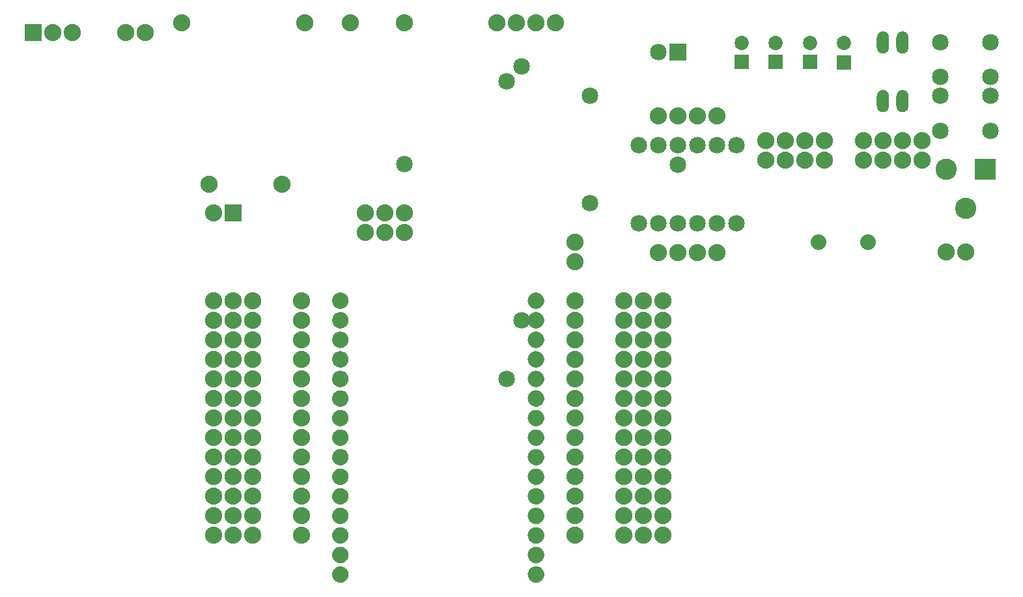
<source format=gts>
G04 MADE WITH FRITZING*
G04 WWW.FRITZING.ORG*
G04 DOUBLE SIDED*
G04 HOLES PLATED*
G04 CONTOUR ON CENTER OF CONTOUR VECTOR*
%ASAXBY*%
%FSLAX23Y23*%
%MOIN*%
%OFA0B0*%
%SFA1.0B1.0*%
%ADD10C,0.088000*%
%ADD11C,0.085000*%
%ADD12C,0.109000*%
%ADD13C,0.072992*%
%ADD14C,0.084803*%
%ADD15C,0.062000*%
%ADD16C,0.080000*%
%ADD17R,0.088000X0.088000*%
%ADD18R,0.085000X0.085000*%
%ADD19R,0.109000X0.109000*%
%ADD20R,0.072992X0.072992*%
%ADD21R,0.001000X0.001000*%
%LNMASK1*%
G90*
G70*
G54D10*
X1439Y2439D03*
X1067Y2439D03*
X1556Y3265D03*
X928Y3265D03*
X1791Y3265D03*
X2066Y3265D03*
X166Y3215D03*
X266Y3215D03*
X366Y3215D03*
X1191Y2290D03*
X1091Y2290D03*
X641Y3215D03*
X741Y3215D03*
G54D11*
X2066Y2540D03*
X3468Y2538D03*
G54D10*
X1866Y2290D03*
X1866Y2190D03*
X2941Y2140D03*
X2941Y2040D03*
X2066Y2290D03*
X2066Y2190D03*
X1966Y2290D03*
X1966Y2190D03*
X2541Y3265D03*
X2641Y3265D03*
X2741Y3265D03*
X2841Y3265D03*
G54D11*
X2591Y1440D03*
X2591Y2965D03*
X2666Y1740D03*
X2666Y3040D03*
X3016Y2340D03*
X3016Y2890D03*
G54D10*
X4841Y2090D03*
X4941Y2090D03*
G54D11*
X3466Y3115D03*
X3366Y3115D03*
G54D10*
X1291Y1840D03*
X1291Y1740D03*
X1291Y1640D03*
X1291Y1540D03*
X1291Y1440D03*
X1291Y1340D03*
X1291Y1240D03*
X1291Y1140D03*
X1291Y1040D03*
X1291Y940D03*
X1291Y840D03*
X1291Y740D03*
X1291Y640D03*
X1191Y1840D03*
X1191Y1740D03*
X1191Y1640D03*
X1191Y1540D03*
X1191Y1440D03*
X1191Y1340D03*
X1191Y1240D03*
X1191Y1140D03*
X1191Y1040D03*
X1191Y940D03*
X1191Y840D03*
X1191Y740D03*
X1191Y640D03*
X1091Y1840D03*
X1091Y1740D03*
X1091Y1640D03*
X1091Y1540D03*
X1091Y1440D03*
X1091Y1340D03*
X1091Y1240D03*
X1091Y1140D03*
X1091Y1040D03*
X1091Y940D03*
X1091Y840D03*
X1091Y740D03*
X1091Y640D03*
X1541Y1840D03*
X1541Y1740D03*
X1541Y1640D03*
X1541Y1540D03*
X1541Y1440D03*
X1541Y1340D03*
X1541Y1240D03*
X1541Y1140D03*
X1541Y1040D03*
X1541Y940D03*
X1541Y840D03*
X1541Y740D03*
X1541Y640D03*
X3291Y1840D03*
X3291Y1740D03*
X3291Y1640D03*
X3291Y1540D03*
X3291Y1440D03*
X3291Y1340D03*
X3291Y1240D03*
X3291Y1140D03*
X3291Y1040D03*
X3291Y940D03*
X3291Y840D03*
X3291Y740D03*
X3291Y640D03*
X3391Y1840D03*
X3391Y1740D03*
X3391Y1640D03*
X3391Y1540D03*
X3391Y1440D03*
X3391Y1340D03*
X3391Y1240D03*
X3391Y1140D03*
X3391Y1040D03*
X3391Y940D03*
X3391Y840D03*
X3391Y740D03*
X3391Y640D03*
X3191Y1840D03*
X3191Y1740D03*
X3191Y1640D03*
X3191Y1540D03*
X3191Y1440D03*
X3191Y1340D03*
X3191Y1240D03*
X3191Y1140D03*
X3191Y1040D03*
X3191Y940D03*
X3191Y840D03*
X3191Y740D03*
X3191Y640D03*
X2941Y1840D03*
X2941Y1740D03*
X2941Y1640D03*
X2941Y1540D03*
X2941Y1440D03*
X2941Y1340D03*
X2941Y1240D03*
X2941Y1140D03*
X2941Y1040D03*
X2941Y940D03*
X2941Y840D03*
X2941Y740D03*
X2941Y640D03*
G54D12*
X4841Y2515D03*
X5041Y2515D03*
X4941Y2315D03*
G54D13*
X3793Y3065D03*
X3793Y3163D03*
X3968Y3065D03*
X3968Y3163D03*
X4143Y3065D03*
X4143Y3163D03*
X4318Y3063D03*
X4318Y3162D03*
G54D11*
X5068Y2713D03*
X4812Y2713D03*
X5068Y2891D03*
X4812Y2891D03*
X5068Y2988D03*
X4812Y2988D03*
X5068Y3166D03*
X4812Y3166D03*
G54D14*
X3267Y2238D03*
X3768Y2238D03*
X3668Y2238D03*
X3568Y2238D03*
X3468Y2238D03*
X3368Y2238D03*
X3267Y2638D03*
X3768Y2638D03*
X3668Y2638D03*
X3568Y2638D03*
X3468Y2638D03*
X3368Y2638D03*
G54D10*
X3668Y2788D03*
X3568Y2788D03*
X3468Y2788D03*
X3368Y2788D03*
X3668Y2088D03*
X3568Y2088D03*
X3468Y2088D03*
X3368Y2088D03*
X3918Y2563D03*
X4018Y2563D03*
X4118Y2563D03*
X4218Y2563D03*
X3918Y2663D03*
X4018Y2663D03*
X4118Y2663D03*
X4218Y2663D03*
G54D15*
X4618Y3163D03*
X4518Y3163D03*
X4518Y2863D03*
X4618Y2863D03*
X4618Y3163D03*
X4518Y3163D03*
X4518Y2863D03*
X4618Y2863D03*
G54D10*
X4418Y2663D03*
X4518Y2663D03*
X4618Y2663D03*
X4718Y2663D03*
X4418Y2563D03*
X4518Y2563D03*
X4618Y2563D03*
X4718Y2563D03*
G54D16*
X4441Y2140D03*
X4186Y2140D03*
X4441Y2140D03*
X4186Y2140D03*
G54D17*
X166Y3215D03*
X1191Y2290D03*
G54D18*
X3466Y3115D03*
G54D19*
X5041Y2515D03*
G54D20*
X3793Y3065D03*
X3968Y3065D03*
X4143Y3065D03*
X4318Y3063D03*
G54D21*
X4512Y3220D02*
X4522Y3220D01*
X4612Y3220D02*
X4622Y3220D01*
X4508Y3219D02*
X4526Y3219D01*
X4608Y3219D02*
X4626Y3219D01*
X4505Y3218D02*
X4529Y3218D01*
X4605Y3218D02*
X4629Y3218D01*
X4503Y3217D02*
X4531Y3217D01*
X4603Y3217D02*
X4631Y3217D01*
X4502Y3216D02*
X4532Y3216D01*
X4602Y3216D02*
X4632Y3216D01*
X4500Y3215D02*
X4534Y3215D01*
X4600Y3215D02*
X4634Y3215D01*
X4499Y3214D02*
X4535Y3214D01*
X4599Y3214D02*
X4635Y3214D01*
X4497Y3213D02*
X4537Y3213D01*
X4597Y3213D02*
X4637Y3213D01*
X4496Y3212D02*
X4538Y3212D01*
X4596Y3212D02*
X4638Y3212D01*
X4495Y3211D02*
X4539Y3211D01*
X4595Y3211D02*
X4639Y3211D01*
X4494Y3210D02*
X4540Y3210D01*
X4594Y3210D02*
X4640Y3210D01*
X4493Y3209D02*
X4541Y3209D01*
X4593Y3209D02*
X4641Y3209D01*
X4493Y3208D02*
X4541Y3208D01*
X4593Y3208D02*
X4641Y3208D01*
X4492Y3207D02*
X4542Y3207D01*
X4592Y3207D02*
X4642Y3207D01*
X4491Y3206D02*
X4543Y3206D01*
X4591Y3206D02*
X4643Y3206D01*
X4491Y3205D02*
X4543Y3205D01*
X4591Y3205D02*
X4643Y3205D01*
X4490Y3204D02*
X4544Y3204D01*
X4590Y3204D02*
X4644Y3204D01*
X4490Y3203D02*
X4544Y3203D01*
X4590Y3203D02*
X4644Y3203D01*
X4489Y3202D02*
X4545Y3202D01*
X4589Y3202D02*
X4645Y3202D01*
X4489Y3201D02*
X4545Y3201D01*
X4589Y3201D02*
X4645Y3201D01*
X4488Y3200D02*
X4546Y3200D01*
X4588Y3200D02*
X4646Y3200D01*
X4488Y3199D02*
X4546Y3199D01*
X4588Y3199D02*
X4646Y3199D01*
X4488Y3198D02*
X4546Y3198D01*
X4588Y3198D02*
X4646Y3198D01*
X4487Y3197D02*
X4546Y3197D01*
X4587Y3197D02*
X4646Y3197D01*
X4487Y3196D02*
X4547Y3196D01*
X4587Y3196D02*
X4647Y3196D01*
X4487Y3195D02*
X4547Y3195D01*
X4587Y3195D02*
X4647Y3195D01*
X4487Y3194D02*
X4547Y3194D01*
X4587Y3194D02*
X4647Y3194D01*
X4487Y3193D02*
X4547Y3193D01*
X4587Y3193D02*
X4647Y3193D01*
X4487Y3192D02*
X4547Y3192D01*
X4587Y3192D02*
X4647Y3192D01*
X4487Y3191D02*
X4547Y3191D01*
X4587Y3191D02*
X4647Y3191D01*
X4487Y3190D02*
X4547Y3190D01*
X4587Y3190D02*
X4647Y3190D01*
X4486Y3189D02*
X4547Y3189D01*
X4586Y3189D02*
X4647Y3189D01*
X4486Y3188D02*
X4547Y3188D01*
X4586Y3188D02*
X4647Y3188D01*
X4486Y3187D02*
X4547Y3187D01*
X4586Y3187D02*
X4647Y3187D01*
X4486Y3186D02*
X4547Y3186D01*
X4586Y3186D02*
X4647Y3186D01*
X4486Y3185D02*
X4547Y3185D01*
X4586Y3185D02*
X4647Y3185D01*
X4486Y3184D02*
X4547Y3184D01*
X4586Y3184D02*
X4647Y3184D01*
X4486Y3183D02*
X4547Y3183D01*
X4586Y3183D02*
X4647Y3183D01*
X4486Y3182D02*
X4547Y3182D01*
X4586Y3182D02*
X4647Y3182D01*
X4486Y3181D02*
X4547Y3181D01*
X4586Y3181D02*
X4647Y3181D01*
X4486Y3180D02*
X4547Y3180D01*
X4586Y3180D02*
X4647Y3180D01*
X4486Y3179D02*
X4547Y3179D01*
X4586Y3179D02*
X4647Y3179D01*
X4486Y3178D02*
X4547Y3178D01*
X4586Y3178D02*
X4647Y3178D01*
X4486Y3177D02*
X4547Y3177D01*
X4586Y3177D02*
X4647Y3177D01*
X4486Y3176D02*
X4547Y3176D01*
X4586Y3176D02*
X4647Y3176D01*
X4486Y3175D02*
X4547Y3175D01*
X4586Y3175D02*
X4647Y3175D01*
X4486Y3174D02*
X4513Y3174D01*
X4521Y3174D02*
X4547Y3174D01*
X4586Y3174D02*
X4613Y3174D01*
X4621Y3174D02*
X4647Y3174D01*
X4486Y3173D02*
X4511Y3173D01*
X4523Y3173D02*
X4547Y3173D01*
X4586Y3173D02*
X4611Y3173D01*
X4623Y3173D02*
X4647Y3173D01*
X4486Y3172D02*
X4510Y3172D01*
X4524Y3172D02*
X4547Y3172D01*
X4586Y3172D02*
X4610Y3172D01*
X4624Y3172D02*
X4647Y3172D01*
X4486Y3171D02*
X4508Y3171D01*
X4526Y3171D02*
X4547Y3171D01*
X4586Y3171D02*
X4608Y3171D01*
X4626Y3171D02*
X4647Y3171D01*
X4486Y3170D02*
X4508Y3170D01*
X4526Y3170D02*
X4547Y3170D01*
X4586Y3170D02*
X4608Y3170D01*
X4626Y3170D02*
X4647Y3170D01*
X4486Y3169D02*
X4507Y3169D01*
X4527Y3169D02*
X4547Y3169D01*
X4586Y3169D02*
X4607Y3169D01*
X4627Y3169D02*
X4647Y3169D01*
X4486Y3168D02*
X4506Y3168D01*
X4528Y3168D02*
X4547Y3168D01*
X4586Y3168D02*
X4606Y3168D01*
X4628Y3168D02*
X4647Y3168D01*
X4486Y3167D02*
X4506Y3167D01*
X4528Y3167D02*
X4547Y3167D01*
X4586Y3167D02*
X4606Y3167D01*
X4628Y3167D02*
X4647Y3167D01*
X4486Y3166D02*
X4506Y3166D01*
X4528Y3166D02*
X4547Y3166D01*
X4586Y3166D02*
X4606Y3166D01*
X4628Y3166D02*
X4647Y3166D01*
X4486Y3165D02*
X4506Y3165D01*
X4528Y3165D02*
X4547Y3165D01*
X4586Y3165D02*
X4606Y3165D01*
X4628Y3165D02*
X4647Y3165D01*
X4486Y3164D02*
X4506Y3164D01*
X4528Y3164D02*
X4547Y3164D01*
X4586Y3164D02*
X4606Y3164D01*
X4628Y3164D02*
X4647Y3164D01*
X4486Y3163D02*
X4506Y3163D01*
X4528Y3163D02*
X4547Y3163D01*
X4586Y3163D02*
X4606Y3163D01*
X4628Y3163D02*
X4647Y3163D01*
X4486Y3162D02*
X4506Y3162D01*
X4528Y3162D02*
X4547Y3162D01*
X4586Y3162D02*
X4606Y3162D01*
X4628Y3162D02*
X4647Y3162D01*
X4486Y3161D02*
X4506Y3161D01*
X4528Y3161D02*
X4547Y3161D01*
X4586Y3161D02*
X4606Y3161D01*
X4628Y3161D02*
X4647Y3161D01*
X4486Y3160D02*
X4506Y3160D01*
X4528Y3160D02*
X4547Y3160D01*
X4586Y3160D02*
X4606Y3160D01*
X4628Y3160D02*
X4647Y3160D01*
X4486Y3159D02*
X4506Y3159D01*
X4528Y3159D02*
X4547Y3159D01*
X4586Y3159D02*
X4606Y3159D01*
X4628Y3159D02*
X4647Y3159D01*
X4486Y3158D02*
X4507Y3158D01*
X4527Y3158D02*
X4547Y3158D01*
X4586Y3158D02*
X4607Y3158D01*
X4627Y3158D02*
X4647Y3158D01*
X4486Y3157D02*
X4508Y3157D01*
X4526Y3157D02*
X4547Y3157D01*
X4586Y3157D02*
X4608Y3157D01*
X4626Y3157D02*
X4647Y3157D01*
X4486Y3156D02*
X4509Y3156D01*
X4525Y3156D02*
X4547Y3156D01*
X4586Y3156D02*
X4609Y3156D01*
X4625Y3156D02*
X4647Y3156D01*
X4486Y3155D02*
X4510Y3155D01*
X4524Y3155D02*
X4547Y3155D01*
X4586Y3155D02*
X4610Y3155D01*
X4624Y3155D02*
X4647Y3155D01*
X4486Y3154D02*
X4511Y3154D01*
X4523Y3154D02*
X4547Y3154D01*
X4586Y3154D02*
X4611Y3154D01*
X4623Y3154D02*
X4647Y3154D01*
X4486Y3153D02*
X4513Y3153D01*
X4521Y3153D02*
X4547Y3153D01*
X4586Y3153D02*
X4613Y3153D01*
X4621Y3153D02*
X4647Y3153D01*
X4486Y3152D02*
X4547Y3152D01*
X4586Y3152D02*
X4647Y3152D01*
X4486Y3151D02*
X4547Y3151D01*
X4586Y3151D02*
X4647Y3151D01*
X4486Y3150D02*
X4547Y3150D01*
X4586Y3150D02*
X4647Y3150D01*
X4486Y3149D02*
X4547Y3149D01*
X4586Y3149D02*
X4647Y3149D01*
X4486Y3148D02*
X4547Y3148D01*
X4586Y3148D02*
X4647Y3148D01*
X4486Y3147D02*
X4547Y3147D01*
X4586Y3147D02*
X4647Y3147D01*
X4486Y3146D02*
X4547Y3146D01*
X4586Y3146D02*
X4647Y3146D01*
X4486Y3145D02*
X4547Y3145D01*
X4586Y3145D02*
X4647Y3145D01*
X4486Y3144D02*
X4547Y3144D01*
X4586Y3144D02*
X4647Y3144D01*
X4486Y3143D02*
X4547Y3143D01*
X4586Y3143D02*
X4647Y3143D01*
X4486Y3142D02*
X4547Y3142D01*
X4586Y3142D02*
X4647Y3142D01*
X4486Y3141D02*
X4547Y3141D01*
X4586Y3141D02*
X4647Y3141D01*
X4486Y3140D02*
X4547Y3140D01*
X4586Y3140D02*
X4647Y3140D01*
X4486Y3139D02*
X4547Y3139D01*
X4586Y3139D02*
X4647Y3139D01*
X4486Y3138D02*
X4547Y3138D01*
X4586Y3138D02*
X4647Y3138D01*
X4487Y3137D02*
X4547Y3137D01*
X4587Y3137D02*
X4647Y3137D01*
X4487Y3136D02*
X4547Y3136D01*
X4587Y3136D02*
X4647Y3136D01*
X4487Y3135D02*
X4547Y3135D01*
X4587Y3135D02*
X4647Y3135D01*
X4487Y3134D02*
X4547Y3134D01*
X4587Y3134D02*
X4647Y3134D01*
X4487Y3133D02*
X4547Y3133D01*
X4587Y3133D02*
X4647Y3133D01*
X4487Y3132D02*
X4547Y3132D01*
X4587Y3132D02*
X4647Y3132D01*
X4487Y3131D02*
X4547Y3131D01*
X4587Y3131D02*
X4647Y3131D01*
X4488Y3130D02*
X4546Y3130D01*
X4588Y3130D02*
X4646Y3130D01*
X4488Y3129D02*
X4546Y3129D01*
X4588Y3129D02*
X4646Y3129D01*
X4488Y3128D02*
X4546Y3128D01*
X4588Y3128D02*
X4646Y3128D01*
X4488Y3127D02*
X4546Y3127D01*
X4588Y3127D02*
X4646Y3127D01*
X4489Y3126D02*
X4545Y3126D01*
X4589Y3126D02*
X4645Y3126D01*
X4489Y3125D02*
X4545Y3125D01*
X4589Y3125D02*
X4645Y3125D01*
X4490Y3124D02*
X4544Y3124D01*
X4590Y3124D02*
X4644Y3124D01*
X4490Y3123D02*
X4544Y3123D01*
X4590Y3123D02*
X4644Y3123D01*
X4491Y3122D02*
X4543Y3122D01*
X4591Y3122D02*
X4643Y3122D01*
X4491Y3121D02*
X4543Y3121D01*
X4591Y3121D02*
X4643Y3121D01*
X4492Y3120D02*
X4542Y3120D01*
X4592Y3120D02*
X4642Y3120D01*
X4493Y3119D02*
X4541Y3119D01*
X4593Y3119D02*
X4641Y3119D01*
X4493Y3118D02*
X4540Y3118D01*
X4593Y3118D02*
X4640Y3118D01*
X4494Y3117D02*
X4540Y3117D01*
X4594Y3117D02*
X4640Y3117D01*
X4495Y3116D02*
X4539Y3116D01*
X4595Y3116D02*
X4639Y3116D01*
X4496Y3115D02*
X4538Y3115D01*
X4596Y3115D02*
X4638Y3115D01*
X4497Y3114D02*
X4537Y3114D01*
X4597Y3114D02*
X4637Y3114D01*
X4499Y3113D02*
X4535Y3113D01*
X4599Y3113D02*
X4635Y3113D01*
X4500Y3112D02*
X4534Y3112D01*
X4600Y3112D02*
X4634Y3112D01*
X4502Y3111D02*
X4532Y3111D01*
X4602Y3111D02*
X4632Y3111D01*
X4504Y3110D02*
X4530Y3110D01*
X4604Y3110D02*
X4630Y3110D01*
X4506Y3109D02*
X4528Y3109D01*
X4606Y3109D02*
X4628Y3109D01*
X4508Y3108D02*
X4526Y3108D01*
X4608Y3108D02*
X4626Y3108D01*
X4513Y3107D02*
X4521Y3107D01*
X4613Y3107D02*
X4621Y3107D01*
X4512Y2920D02*
X4522Y2920D01*
X4612Y2920D02*
X4622Y2920D01*
X4508Y2919D02*
X4526Y2919D01*
X4608Y2919D02*
X4626Y2919D01*
X4505Y2918D02*
X4529Y2918D01*
X4605Y2918D02*
X4629Y2918D01*
X4503Y2917D02*
X4531Y2917D01*
X4603Y2917D02*
X4631Y2917D01*
X4501Y2916D02*
X4532Y2916D01*
X4601Y2916D02*
X4632Y2916D01*
X4500Y2915D02*
X4534Y2915D01*
X4600Y2915D02*
X4634Y2915D01*
X4498Y2914D02*
X4535Y2914D01*
X4598Y2914D02*
X4635Y2914D01*
X4497Y2913D02*
X4537Y2913D01*
X4597Y2913D02*
X4637Y2913D01*
X4496Y2912D02*
X4538Y2912D01*
X4596Y2912D02*
X4638Y2912D01*
X4495Y2911D02*
X4539Y2911D01*
X4595Y2911D02*
X4639Y2911D01*
X4494Y2910D02*
X4540Y2910D01*
X4594Y2910D02*
X4640Y2910D01*
X4493Y2909D02*
X4541Y2909D01*
X4593Y2909D02*
X4641Y2909D01*
X4493Y2908D02*
X4541Y2908D01*
X4593Y2908D02*
X4641Y2908D01*
X4492Y2907D02*
X4542Y2907D01*
X4592Y2907D02*
X4642Y2907D01*
X4491Y2906D02*
X4543Y2906D01*
X4591Y2906D02*
X4643Y2906D01*
X4491Y2905D02*
X4543Y2905D01*
X4591Y2905D02*
X4643Y2905D01*
X4490Y2904D02*
X4544Y2904D01*
X4590Y2904D02*
X4644Y2904D01*
X4490Y2903D02*
X4544Y2903D01*
X4590Y2903D02*
X4644Y2903D01*
X4489Y2902D02*
X4545Y2902D01*
X4589Y2902D02*
X4645Y2902D01*
X4489Y2901D02*
X4545Y2901D01*
X4589Y2901D02*
X4645Y2901D01*
X4488Y2900D02*
X4546Y2900D01*
X4588Y2900D02*
X4646Y2900D01*
X4488Y2899D02*
X4546Y2899D01*
X4588Y2899D02*
X4646Y2899D01*
X4488Y2898D02*
X4546Y2898D01*
X4588Y2898D02*
X4646Y2898D01*
X4487Y2897D02*
X4546Y2897D01*
X4587Y2897D02*
X4646Y2897D01*
X4487Y2896D02*
X4547Y2896D01*
X4587Y2896D02*
X4647Y2896D01*
X4487Y2895D02*
X4547Y2895D01*
X4587Y2895D02*
X4647Y2895D01*
X4487Y2894D02*
X4547Y2894D01*
X4587Y2894D02*
X4647Y2894D01*
X4487Y2893D02*
X4547Y2893D01*
X4587Y2893D02*
X4647Y2893D01*
X4487Y2892D02*
X4547Y2892D01*
X4587Y2892D02*
X4647Y2892D01*
X4487Y2891D02*
X4547Y2891D01*
X4587Y2891D02*
X4647Y2891D01*
X4487Y2890D02*
X4547Y2890D01*
X4587Y2890D02*
X4647Y2890D01*
X4486Y2889D02*
X4547Y2889D01*
X4586Y2889D02*
X4647Y2889D01*
X4486Y2888D02*
X4547Y2888D01*
X4586Y2888D02*
X4647Y2888D01*
X4486Y2887D02*
X4547Y2887D01*
X4586Y2887D02*
X4647Y2887D01*
X4486Y2886D02*
X4547Y2886D01*
X4586Y2886D02*
X4647Y2886D01*
X4486Y2885D02*
X4547Y2885D01*
X4586Y2885D02*
X4647Y2885D01*
X4486Y2884D02*
X4547Y2884D01*
X4586Y2884D02*
X4647Y2884D01*
X4486Y2883D02*
X4547Y2883D01*
X4586Y2883D02*
X4647Y2883D01*
X4486Y2882D02*
X4547Y2882D01*
X4586Y2882D02*
X4647Y2882D01*
X4486Y2881D02*
X4547Y2881D01*
X4586Y2881D02*
X4647Y2881D01*
X4486Y2880D02*
X4547Y2880D01*
X4586Y2880D02*
X4647Y2880D01*
X4486Y2879D02*
X4547Y2879D01*
X4586Y2879D02*
X4647Y2879D01*
X4486Y2878D02*
X4547Y2878D01*
X4586Y2878D02*
X4647Y2878D01*
X4486Y2877D02*
X4547Y2877D01*
X4586Y2877D02*
X4647Y2877D01*
X4486Y2876D02*
X4547Y2876D01*
X4586Y2876D02*
X4647Y2876D01*
X4486Y2875D02*
X4547Y2875D01*
X4586Y2875D02*
X4647Y2875D01*
X4486Y2874D02*
X4513Y2874D01*
X4521Y2874D02*
X4547Y2874D01*
X4586Y2874D02*
X4613Y2874D01*
X4621Y2874D02*
X4647Y2874D01*
X4486Y2873D02*
X4511Y2873D01*
X4523Y2873D02*
X4547Y2873D01*
X4586Y2873D02*
X4611Y2873D01*
X4623Y2873D02*
X4647Y2873D01*
X4486Y2872D02*
X4509Y2872D01*
X4525Y2872D02*
X4547Y2872D01*
X4586Y2872D02*
X4609Y2872D01*
X4625Y2872D02*
X4647Y2872D01*
X4486Y2871D02*
X4508Y2871D01*
X4526Y2871D02*
X4547Y2871D01*
X4586Y2871D02*
X4608Y2871D01*
X4626Y2871D02*
X4647Y2871D01*
X4486Y2870D02*
X4508Y2870D01*
X4526Y2870D02*
X4547Y2870D01*
X4586Y2870D02*
X4608Y2870D01*
X4626Y2870D02*
X4647Y2870D01*
X4486Y2869D02*
X4507Y2869D01*
X4527Y2869D02*
X4547Y2869D01*
X4586Y2869D02*
X4607Y2869D01*
X4627Y2869D02*
X4647Y2869D01*
X4486Y2868D02*
X4506Y2868D01*
X4528Y2868D02*
X4547Y2868D01*
X4586Y2868D02*
X4606Y2868D01*
X4628Y2868D02*
X4647Y2868D01*
X4486Y2867D02*
X4506Y2867D01*
X4528Y2867D02*
X4547Y2867D01*
X4586Y2867D02*
X4606Y2867D01*
X4628Y2867D02*
X4647Y2867D01*
X4486Y2866D02*
X4506Y2866D01*
X4528Y2866D02*
X4547Y2866D01*
X4586Y2866D02*
X4606Y2866D01*
X4628Y2866D02*
X4647Y2866D01*
X4486Y2865D02*
X4506Y2865D01*
X4528Y2865D02*
X4547Y2865D01*
X4586Y2865D02*
X4606Y2865D01*
X4628Y2865D02*
X4647Y2865D01*
X4486Y2864D02*
X4506Y2864D01*
X4528Y2864D02*
X4547Y2864D01*
X4586Y2864D02*
X4606Y2864D01*
X4628Y2864D02*
X4647Y2864D01*
X4486Y2863D02*
X4506Y2863D01*
X4528Y2863D02*
X4547Y2863D01*
X4586Y2863D02*
X4606Y2863D01*
X4628Y2863D02*
X4647Y2863D01*
X4486Y2862D02*
X4506Y2862D01*
X4528Y2862D02*
X4547Y2862D01*
X4586Y2862D02*
X4606Y2862D01*
X4628Y2862D02*
X4647Y2862D01*
X4486Y2861D02*
X4506Y2861D01*
X4528Y2861D02*
X4547Y2861D01*
X4586Y2861D02*
X4606Y2861D01*
X4628Y2861D02*
X4647Y2861D01*
X4486Y2860D02*
X4506Y2860D01*
X4528Y2860D02*
X4547Y2860D01*
X4586Y2860D02*
X4606Y2860D01*
X4628Y2860D02*
X4647Y2860D01*
X4486Y2859D02*
X4506Y2859D01*
X4528Y2859D02*
X4547Y2859D01*
X4586Y2859D02*
X4606Y2859D01*
X4628Y2859D02*
X4647Y2859D01*
X4486Y2858D02*
X4507Y2858D01*
X4527Y2858D02*
X4547Y2858D01*
X4586Y2858D02*
X4607Y2858D01*
X4627Y2858D02*
X4647Y2858D01*
X4486Y2857D02*
X4508Y2857D01*
X4526Y2857D02*
X4547Y2857D01*
X4586Y2857D02*
X4608Y2857D01*
X4626Y2857D02*
X4647Y2857D01*
X4486Y2856D02*
X4509Y2856D01*
X4525Y2856D02*
X4547Y2856D01*
X4586Y2856D02*
X4609Y2856D01*
X4625Y2856D02*
X4647Y2856D01*
X4486Y2855D02*
X4510Y2855D01*
X4524Y2855D02*
X4547Y2855D01*
X4586Y2855D02*
X4610Y2855D01*
X4624Y2855D02*
X4647Y2855D01*
X4486Y2854D02*
X4511Y2854D01*
X4523Y2854D02*
X4547Y2854D01*
X4586Y2854D02*
X4611Y2854D01*
X4623Y2854D02*
X4647Y2854D01*
X4486Y2853D02*
X4513Y2853D01*
X4521Y2853D02*
X4547Y2853D01*
X4586Y2853D02*
X4613Y2853D01*
X4621Y2853D02*
X4647Y2853D01*
X4486Y2852D02*
X4547Y2852D01*
X4586Y2852D02*
X4647Y2852D01*
X4486Y2851D02*
X4547Y2851D01*
X4586Y2851D02*
X4647Y2851D01*
X4486Y2850D02*
X4547Y2850D01*
X4586Y2850D02*
X4647Y2850D01*
X4486Y2849D02*
X4547Y2849D01*
X4586Y2849D02*
X4647Y2849D01*
X4486Y2848D02*
X4547Y2848D01*
X4586Y2848D02*
X4647Y2848D01*
X4486Y2847D02*
X4547Y2847D01*
X4586Y2847D02*
X4647Y2847D01*
X4486Y2846D02*
X4547Y2846D01*
X4586Y2846D02*
X4647Y2846D01*
X4486Y2845D02*
X4547Y2845D01*
X4586Y2845D02*
X4647Y2845D01*
X4486Y2844D02*
X4547Y2844D01*
X4586Y2844D02*
X4647Y2844D01*
X4486Y2843D02*
X4547Y2843D01*
X4586Y2843D02*
X4647Y2843D01*
X4486Y2842D02*
X4547Y2842D01*
X4586Y2842D02*
X4647Y2842D01*
X4486Y2841D02*
X4547Y2841D01*
X4586Y2841D02*
X4647Y2841D01*
X4486Y2840D02*
X4547Y2840D01*
X4586Y2840D02*
X4647Y2840D01*
X4486Y2839D02*
X4547Y2839D01*
X4586Y2839D02*
X4647Y2839D01*
X4486Y2838D02*
X4547Y2838D01*
X4586Y2838D02*
X4647Y2838D01*
X4487Y2837D02*
X4547Y2837D01*
X4587Y2837D02*
X4647Y2837D01*
X4487Y2836D02*
X4547Y2836D01*
X4587Y2836D02*
X4647Y2836D01*
X4487Y2835D02*
X4547Y2835D01*
X4587Y2835D02*
X4647Y2835D01*
X4487Y2834D02*
X4547Y2834D01*
X4587Y2834D02*
X4647Y2834D01*
X4487Y2833D02*
X4547Y2833D01*
X4587Y2833D02*
X4647Y2833D01*
X4487Y2832D02*
X4547Y2832D01*
X4587Y2832D02*
X4647Y2832D01*
X4487Y2831D02*
X4547Y2831D01*
X4587Y2831D02*
X4647Y2831D01*
X4488Y2830D02*
X4546Y2830D01*
X4588Y2830D02*
X4646Y2830D01*
X4488Y2829D02*
X4546Y2829D01*
X4588Y2829D02*
X4646Y2829D01*
X4488Y2828D02*
X4546Y2828D01*
X4588Y2828D02*
X4646Y2828D01*
X4488Y2827D02*
X4545Y2827D01*
X4588Y2827D02*
X4645Y2827D01*
X4489Y2826D02*
X4545Y2826D01*
X4589Y2826D02*
X4645Y2826D01*
X4489Y2825D02*
X4545Y2825D01*
X4589Y2825D02*
X4645Y2825D01*
X4490Y2824D02*
X4544Y2824D01*
X4590Y2824D02*
X4644Y2824D01*
X4490Y2823D02*
X4544Y2823D01*
X4590Y2823D02*
X4644Y2823D01*
X4491Y2822D02*
X4543Y2822D01*
X4591Y2822D02*
X4643Y2822D01*
X4491Y2821D02*
X4543Y2821D01*
X4591Y2821D02*
X4643Y2821D01*
X4492Y2820D02*
X4542Y2820D01*
X4592Y2820D02*
X4642Y2820D01*
X4493Y2819D02*
X4541Y2819D01*
X4593Y2819D02*
X4641Y2819D01*
X4494Y2818D02*
X4540Y2818D01*
X4594Y2818D02*
X4640Y2818D01*
X4494Y2817D02*
X4540Y2817D01*
X4594Y2817D02*
X4640Y2817D01*
X4495Y2816D02*
X4539Y2816D01*
X4595Y2816D02*
X4639Y2816D01*
X4496Y2815D02*
X4538Y2815D01*
X4596Y2815D02*
X4638Y2815D01*
X4497Y2814D02*
X4537Y2814D01*
X4597Y2814D02*
X4637Y2814D01*
X4499Y2813D02*
X4535Y2813D01*
X4599Y2813D02*
X4635Y2813D01*
X4500Y2812D02*
X4534Y2812D01*
X4600Y2812D02*
X4634Y2812D01*
X4502Y2811D02*
X4532Y2811D01*
X4602Y2811D02*
X4632Y2811D01*
X4504Y2810D02*
X4530Y2810D01*
X4604Y2810D02*
X4630Y2810D01*
X4506Y2809D02*
X4528Y2809D01*
X4606Y2809D02*
X4628Y2809D01*
X4509Y2808D02*
X4525Y2808D01*
X4609Y2808D02*
X4625Y2808D01*
X4513Y2807D02*
X4521Y2807D01*
X4613Y2807D02*
X4621Y2807D01*
X1732Y1883D02*
X1746Y1883D01*
X2734Y1883D02*
X2748Y1883D01*
X1728Y1882D02*
X1751Y1882D01*
X2730Y1882D02*
X2752Y1882D01*
X1725Y1881D02*
X1754Y1881D01*
X2726Y1881D02*
X2755Y1881D01*
X1723Y1880D02*
X1756Y1880D01*
X2724Y1880D02*
X2758Y1880D01*
X1721Y1879D02*
X1758Y1879D01*
X2722Y1879D02*
X2760Y1879D01*
X1719Y1878D02*
X1760Y1878D01*
X2720Y1878D02*
X2761Y1878D01*
X1717Y1877D02*
X1762Y1877D01*
X2719Y1877D02*
X2763Y1877D01*
X1716Y1876D02*
X1763Y1876D01*
X2717Y1876D02*
X2765Y1876D01*
X1714Y1875D02*
X1764Y1875D01*
X2716Y1875D02*
X2766Y1875D01*
X1713Y1874D02*
X1766Y1874D01*
X2714Y1874D02*
X2767Y1874D01*
X1712Y1873D02*
X1767Y1873D01*
X2713Y1873D02*
X2768Y1873D01*
X1711Y1872D02*
X1768Y1872D01*
X2712Y1872D02*
X2769Y1872D01*
X1710Y1871D02*
X1769Y1871D01*
X2711Y1871D02*
X2770Y1871D01*
X1709Y1870D02*
X1770Y1870D01*
X2710Y1870D02*
X2771Y1870D01*
X1708Y1869D02*
X1771Y1869D01*
X2709Y1869D02*
X2772Y1869D01*
X1707Y1868D02*
X1772Y1868D01*
X2709Y1868D02*
X2773Y1868D01*
X1706Y1867D02*
X1772Y1867D01*
X2708Y1867D02*
X2774Y1867D01*
X1706Y1866D02*
X1773Y1866D01*
X2707Y1866D02*
X2775Y1866D01*
X1705Y1865D02*
X1774Y1865D01*
X2706Y1865D02*
X2775Y1865D01*
X1704Y1864D02*
X1774Y1864D01*
X2706Y1864D02*
X2776Y1864D01*
X1704Y1863D02*
X1775Y1863D01*
X2705Y1863D02*
X2777Y1863D01*
X1703Y1862D02*
X1776Y1862D01*
X2705Y1862D02*
X2777Y1862D01*
X1703Y1861D02*
X1776Y1861D01*
X2704Y1861D02*
X2778Y1861D01*
X1702Y1860D02*
X1777Y1860D01*
X2704Y1860D02*
X2778Y1860D01*
X1702Y1859D02*
X1777Y1859D01*
X2703Y1859D02*
X2779Y1859D01*
X1701Y1858D02*
X1778Y1858D01*
X2703Y1858D02*
X2779Y1858D01*
X1701Y1857D02*
X1778Y1857D01*
X2702Y1857D02*
X2779Y1857D01*
X1700Y1856D02*
X1778Y1856D01*
X2702Y1856D02*
X2780Y1856D01*
X1700Y1855D02*
X1779Y1855D01*
X2702Y1855D02*
X2780Y1855D01*
X1700Y1854D02*
X1779Y1854D01*
X2701Y1854D02*
X2781Y1854D01*
X1700Y1853D02*
X1779Y1853D01*
X2701Y1853D02*
X2781Y1853D01*
X1699Y1852D02*
X1780Y1852D01*
X2701Y1852D02*
X2781Y1852D01*
X1699Y1851D02*
X1780Y1851D01*
X2700Y1851D02*
X2781Y1851D01*
X1699Y1850D02*
X1780Y1850D01*
X2700Y1850D02*
X2781Y1850D01*
X1699Y1849D02*
X1780Y1849D01*
X2700Y1849D02*
X2782Y1849D01*
X1698Y1848D02*
X1780Y1848D01*
X2700Y1848D02*
X2782Y1848D01*
X1698Y1847D02*
X1781Y1847D01*
X2700Y1847D02*
X2782Y1847D01*
X1698Y1846D02*
X1781Y1846D01*
X2700Y1846D02*
X2782Y1846D01*
X1698Y1845D02*
X1781Y1845D01*
X2699Y1845D02*
X2782Y1845D01*
X1698Y1844D02*
X1781Y1844D01*
X2699Y1844D02*
X2782Y1844D01*
X1698Y1843D02*
X1781Y1843D01*
X2699Y1843D02*
X2782Y1843D01*
X1698Y1842D02*
X1781Y1842D01*
X2699Y1842D02*
X2782Y1842D01*
X1698Y1841D02*
X1781Y1841D01*
X2699Y1841D02*
X2782Y1841D01*
X1698Y1840D02*
X1781Y1840D01*
X2699Y1840D02*
X2782Y1840D01*
X1698Y1839D02*
X1781Y1839D01*
X2699Y1839D02*
X2782Y1839D01*
X1698Y1838D02*
X1781Y1838D01*
X2700Y1838D02*
X2782Y1838D01*
X1698Y1837D02*
X1781Y1837D01*
X2700Y1837D02*
X2782Y1837D01*
X1698Y1836D02*
X1780Y1836D01*
X2700Y1836D02*
X2782Y1836D01*
X1699Y1835D02*
X1780Y1835D01*
X2700Y1835D02*
X2782Y1835D01*
X1699Y1834D02*
X1780Y1834D01*
X2700Y1834D02*
X2782Y1834D01*
X1699Y1833D02*
X1780Y1833D01*
X2700Y1833D02*
X2781Y1833D01*
X1699Y1832D02*
X1780Y1832D01*
X2701Y1832D02*
X2781Y1832D01*
X1699Y1831D02*
X1779Y1831D01*
X2701Y1831D02*
X2781Y1831D01*
X1700Y1830D02*
X1779Y1830D01*
X2701Y1830D02*
X2781Y1830D01*
X1700Y1829D02*
X1779Y1829D01*
X2701Y1829D02*
X2780Y1829D01*
X1700Y1828D02*
X1779Y1828D01*
X2702Y1828D02*
X2780Y1828D01*
X1701Y1827D02*
X1778Y1827D01*
X2702Y1827D02*
X2780Y1827D01*
X1701Y1826D02*
X1778Y1826D01*
X2702Y1826D02*
X2779Y1826D01*
X1701Y1825D02*
X1777Y1825D01*
X2703Y1825D02*
X2779Y1825D01*
X1702Y1824D02*
X1777Y1824D01*
X2703Y1824D02*
X2778Y1824D01*
X1702Y1823D02*
X1777Y1823D01*
X2704Y1823D02*
X2778Y1823D01*
X1703Y1822D02*
X1776Y1822D01*
X2704Y1822D02*
X2777Y1822D01*
X1703Y1821D02*
X1775Y1821D01*
X2705Y1821D02*
X2777Y1821D01*
X1704Y1820D02*
X1775Y1820D01*
X2705Y1820D02*
X2776Y1820D01*
X1705Y1819D02*
X1774Y1819D01*
X2706Y1819D02*
X2776Y1819D01*
X1705Y1818D02*
X1774Y1818D01*
X2707Y1818D02*
X2775Y1818D01*
X1706Y1817D02*
X1773Y1817D01*
X2707Y1817D02*
X2774Y1817D01*
X1707Y1816D02*
X1772Y1816D01*
X2708Y1816D02*
X2773Y1816D01*
X1708Y1815D02*
X1771Y1815D01*
X2709Y1815D02*
X2773Y1815D01*
X1708Y1814D02*
X1770Y1814D01*
X2710Y1814D02*
X2772Y1814D01*
X1709Y1813D02*
X1770Y1813D01*
X2711Y1813D02*
X2771Y1813D01*
X1710Y1812D02*
X1769Y1812D01*
X2712Y1812D02*
X2770Y1812D01*
X1711Y1811D02*
X1768Y1811D01*
X2713Y1811D02*
X2769Y1811D01*
X1712Y1810D02*
X1766Y1810D01*
X2714Y1810D02*
X2768Y1810D01*
X1714Y1809D02*
X1765Y1809D01*
X2715Y1809D02*
X2767Y1809D01*
X1715Y1808D02*
X1764Y1808D01*
X2716Y1808D02*
X2765Y1808D01*
X1716Y1807D02*
X1763Y1807D01*
X2718Y1807D02*
X2764Y1807D01*
X1718Y1806D02*
X1761Y1806D01*
X2719Y1806D02*
X2762Y1806D01*
X1720Y1805D02*
X1759Y1805D01*
X2721Y1805D02*
X2761Y1805D01*
X1722Y1804D02*
X1757Y1804D01*
X2723Y1804D02*
X2759Y1804D01*
X1724Y1803D02*
X1755Y1803D01*
X2725Y1803D02*
X2757Y1803D01*
X1726Y1802D02*
X1753Y1802D01*
X2728Y1802D02*
X2754Y1802D01*
X1730Y1801D02*
X1749Y1801D01*
X2731Y1801D02*
X2750Y1801D01*
X1735Y1800D02*
X1744Y1800D01*
X2737Y1800D02*
X2745Y1800D01*
X1733Y1783D02*
X1746Y1783D01*
X2735Y1783D02*
X2747Y1783D01*
X1729Y1782D02*
X1750Y1782D01*
X2730Y1782D02*
X2752Y1782D01*
X1725Y1781D02*
X1753Y1781D01*
X2727Y1781D02*
X2755Y1781D01*
X1723Y1780D02*
X1756Y1780D01*
X2724Y1780D02*
X2757Y1780D01*
X1721Y1779D02*
X1758Y1779D01*
X2722Y1779D02*
X2759Y1779D01*
X1719Y1778D02*
X1760Y1778D01*
X2720Y1778D02*
X2761Y1778D01*
X1717Y1777D02*
X1761Y1777D01*
X2719Y1777D02*
X2763Y1777D01*
X1716Y1776D02*
X1763Y1776D01*
X2717Y1776D02*
X2764Y1776D01*
X1715Y1775D02*
X1764Y1775D01*
X2716Y1775D02*
X2766Y1775D01*
X1713Y1774D02*
X1766Y1774D01*
X2715Y1774D02*
X2767Y1774D01*
X1712Y1773D02*
X1767Y1773D01*
X2713Y1773D02*
X2768Y1773D01*
X1711Y1772D02*
X1768Y1772D01*
X2712Y1772D02*
X2769Y1772D01*
X1710Y1771D02*
X1769Y1771D01*
X2711Y1771D02*
X2770Y1771D01*
X1709Y1770D02*
X1770Y1770D01*
X2710Y1770D02*
X2771Y1770D01*
X1708Y1769D02*
X1771Y1769D01*
X2710Y1769D02*
X2772Y1769D01*
X1707Y1768D02*
X1772Y1768D01*
X2709Y1768D02*
X2773Y1768D01*
X1707Y1767D02*
X1772Y1767D01*
X2708Y1767D02*
X2774Y1767D01*
X1706Y1766D02*
X1773Y1766D01*
X2707Y1766D02*
X2774Y1766D01*
X1705Y1765D02*
X1774Y1765D01*
X2707Y1765D02*
X2775Y1765D01*
X1704Y1764D02*
X1774Y1764D01*
X2706Y1764D02*
X2776Y1764D01*
X1704Y1763D02*
X1775Y1763D01*
X2705Y1763D02*
X2776Y1763D01*
X1703Y1762D02*
X1776Y1762D01*
X2705Y1762D02*
X2777Y1762D01*
X1703Y1761D02*
X1776Y1761D01*
X2704Y1761D02*
X2778Y1761D01*
X1702Y1760D02*
X1777Y1760D01*
X2704Y1760D02*
X2778Y1760D01*
X1702Y1759D02*
X1777Y1759D01*
X2703Y1759D02*
X2779Y1759D01*
X1701Y1758D02*
X1778Y1758D01*
X2703Y1758D02*
X2779Y1758D01*
X1701Y1757D02*
X1778Y1757D01*
X2702Y1757D02*
X2779Y1757D01*
X1700Y1756D02*
X1778Y1756D01*
X2702Y1756D02*
X2780Y1756D01*
X1700Y1755D02*
X1779Y1755D01*
X2702Y1755D02*
X2780Y1755D01*
X1700Y1754D02*
X1779Y1754D01*
X2701Y1754D02*
X2780Y1754D01*
X1700Y1753D02*
X1779Y1753D01*
X2701Y1753D02*
X2781Y1753D01*
X1699Y1752D02*
X1780Y1752D01*
X2701Y1752D02*
X2781Y1752D01*
X1699Y1751D02*
X1780Y1751D01*
X2700Y1751D02*
X2781Y1751D01*
X1699Y1750D02*
X1780Y1750D01*
X2700Y1750D02*
X2781Y1750D01*
X1699Y1749D02*
X1780Y1749D01*
X2700Y1749D02*
X2782Y1749D01*
X1698Y1748D02*
X1780Y1748D01*
X2700Y1748D02*
X2782Y1748D01*
X1698Y1747D02*
X1781Y1747D01*
X2700Y1747D02*
X2782Y1747D01*
X1698Y1746D02*
X1781Y1746D01*
X2700Y1746D02*
X2782Y1746D01*
X1698Y1745D02*
X1781Y1745D01*
X2699Y1745D02*
X2782Y1745D01*
X1698Y1744D02*
X1781Y1744D01*
X2699Y1744D02*
X2782Y1744D01*
X1698Y1743D02*
X1781Y1743D01*
X2699Y1743D02*
X2782Y1743D01*
X1698Y1742D02*
X1781Y1742D01*
X2699Y1742D02*
X2782Y1742D01*
X1698Y1741D02*
X1781Y1741D01*
X2699Y1741D02*
X2782Y1741D01*
X1698Y1740D02*
X1781Y1740D01*
X2699Y1740D02*
X2782Y1740D01*
X1698Y1739D02*
X1781Y1739D01*
X2699Y1739D02*
X2782Y1739D01*
X1698Y1738D02*
X1781Y1738D01*
X2700Y1738D02*
X2782Y1738D01*
X1698Y1737D02*
X1781Y1737D01*
X2700Y1737D02*
X2782Y1737D01*
X1698Y1736D02*
X1781Y1736D01*
X2700Y1736D02*
X2782Y1736D01*
X1699Y1735D02*
X1780Y1735D01*
X2700Y1735D02*
X2782Y1735D01*
X1699Y1734D02*
X1780Y1734D01*
X2700Y1734D02*
X2782Y1734D01*
X1699Y1733D02*
X1780Y1733D01*
X2700Y1733D02*
X2781Y1733D01*
X1699Y1732D02*
X1780Y1732D01*
X2701Y1732D02*
X2781Y1732D01*
X1699Y1731D02*
X1780Y1731D01*
X2701Y1731D02*
X2781Y1731D01*
X1700Y1730D02*
X1779Y1730D01*
X2701Y1730D02*
X2781Y1730D01*
X1700Y1729D02*
X1779Y1729D01*
X2701Y1729D02*
X2780Y1729D01*
X1700Y1728D02*
X1779Y1728D01*
X2702Y1728D02*
X2780Y1728D01*
X1701Y1727D02*
X1778Y1727D01*
X2702Y1727D02*
X2780Y1727D01*
X1701Y1726D02*
X1778Y1726D01*
X2702Y1726D02*
X2779Y1726D01*
X1701Y1725D02*
X1778Y1725D01*
X2703Y1725D02*
X2779Y1725D01*
X1702Y1724D02*
X1777Y1724D01*
X2703Y1724D02*
X2778Y1724D01*
X1702Y1723D02*
X1777Y1723D01*
X2704Y1723D02*
X2778Y1723D01*
X1703Y1722D02*
X1776Y1722D01*
X2704Y1722D02*
X2777Y1722D01*
X1703Y1721D02*
X1776Y1721D01*
X2705Y1721D02*
X2777Y1721D01*
X1704Y1720D02*
X1775Y1720D01*
X2705Y1720D02*
X2776Y1720D01*
X1705Y1719D02*
X1774Y1719D01*
X2706Y1719D02*
X2776Y1719D01*
X1705Y1718D02*
X1774Y1718D01*
X2707Y1718D02*
X2775Y1718D01*
X1706Y1717D02*
X1773Y1717D01*
X2707Y1717D02*
X2774Y1717D01*
X1707Y1716D02*
X1772Y1716D01*
X2708Y1716D02*
X2774Y1716D01*
X1707Y1715D02*
X1771Y1715D01*
X2709Y1715D02*
X2773Y1715D01*
X1708Y1714D02*
X1771Y1714D01*
X2710Y1714D02*
X2772Y1714D01*
X1709Y1713D02*
X1770Y1713D01*
X2711Y1713D02*
X2771Y1713D01*
X1710Y1712D02*
X1769Y1712D01*
X2712Y1712D02*
X2770Y1712D01*
X1711Y1711D02*
X1768Y1711D01*
X2713Y1711D02*
X2769Y1711D01*
X1712Y1710D02*
X1767Y1710D01*
X2714Y1710D02*
X2768Y1710D01*
X1713Y1709D02*
X1765Y1709D01*
X2715Y1709D02*
X2767Y1709D01*
X1715Y1708D02*
X1764Y1708D01*
X2716Y1708D02*
X2765Y1708D01*
X1716Y1707D02*
X1763Y1707D01*
X2718Y1707D02*
X2764Y1707D01*
X1718Y1706D02*
X1761Y1706D01*
X2719Y1706D02*
X2763Y1706D01*
X1719Y1705D02*
X1759Y1705D01*
X2721Y1705D02*
X2761Y1705D01*
X1721Y1704D02*
X1758Y1704D01*
X2723Y1704D02*
X2759Y1704D01*
X1723Y1703D02*
X1756Y1703D01*
X2725Y1703D02*
X2757Y1703D01*
X1726Y1702D02*
X1753Y1702D01*
X2727Y1702D02*
X2754Y1702D01*
X1729Y1701D02*
X1749Y1701D01*
X2731Y1701D02*
X2751Y1701D01*
X1734Y1700D02*
X1744Y1700D01*
X2736Y1700D02*
X2746Y1700D01*
X1734Y1683D02*
X1745Y1683D01*
X2735Y1683D02*
X2746Y1683D01*
X1729Y1682D02*
X1750Y1682D01*
X2731Y1682D02*
X2751Y1682D01*
X1726Y1681D02*
X1753Y1681D01*
X2727Y1681D02*
X2754Y1681D01*
X1723Y1680D02*
X1756Y1680D01*
X2725Y1680D02*
X2757Y1680D01*
X1721Y1679D02*
X1758Y1679D01*
X2723Y1679D02*
X2759Y1679D01*
X1719Y1678D02*
X1760Y1678D01*
X2721Y1678D02*
X2761Y1678D01*
X1718Y1677D02*
X1761Y1677D01*
X2719Y1677D02*
X2763Y1677D01*
X1716Y1676D02*
X1763Y1676D01*
X2717Y1676D02*
X2764Y1676D01*
X1715Y1675D02*
X1764Y1675D01*
X2716Y1675D02*
X2766Y1675D01*
X1713Y1674D02*
X1765Y1674D01*
X2715Y1674D02*
X2767Y1674D01*
X1712Y1673D02*
X1767Y1673D01*
X2714Y1673D02*
X2768Y1673D01*
X1711Y1672D02*
X1768Y1672D01*
X2712Y1672D02*
X2769Y1672D01*
X1710Y1671D02*
X1769Y1671D01*
X2711Y1671D02*
X2770Y1671D01*
X1709Y1670D02*
X1770Y1670D01*
X2711Y1670D02*
X2771Y1670D01*
X1708Y1669D02*
X1771Y1669D01*
X2710Y1669D02*
X2772Y1669D01*
X1707Y1668D02*
X1771Y1668D01*
X2709Y1668D02*
X2773Y1668D01*
X1707Y1667D02*
X1772Y1667D01*
X2708Y1667D02*
X2774Y1667D01*
X1706Y1666D02*
X1773Y1666D01*
X2707Y1666D02*
X2774Y1666D01*
X1705Y1665D02*
X1774Y1665D01*
X2707Y1665D02*
X2775Y1665D01*
X1705Y1664D02*
X1774Y1664D01*
X2706Y1664D02*
X2776Y1664D01*
X1704Y1663D02*
X1775Y1663D01*
X2705Y1663D02*
X2776Y1663D01*
X1703Y1662D02*
X1776Y1662D01*
X2705Y1662D02*
X2777Y1662D01*
X1703Y1661D02*
X1776Y1661D01*
X2704Y1661D02*
X2778Y1661D01*
X1702Y1660D02*
X1777Y1660D01*
X2704Y1660D02*
X2778Y1660D01*
X1702Y1659D02*
X1777Y1659D01*
X2703Y1659D02*
X2779Y1659D01*
X1701Y1658D02*
X1778Y1658D01*
X2703Y1658D02*
X2779Y1658D01*
X1701Y1657D02*
X1778Y1657D01*
X2702Y1657D02*
X2779Y1657D01*
X1701Y1656D02*
X1778Y1656D01*
X2702Y1656D02*
X2780Y1656D01*
X1700Y1655D02*
X1779Y1655D01*
X2702Y1655D02*
X2780Y1655D01*
X1700Y1654D02*
X1779Y1654D01*
X2701Y1654D02*
X2780Y1654D01*
X1700Y1653D02*
X1779Y1653D01*
X2701Y1653D02*
X2781Y1653D01*
X1699Y1652D02*
X1780Y1652D01*
X2701Y1652D02*
X2781Y1652D01*
X1699Y1651D02*
X1780Y1651D01*
X2700Y1651D02*
X2781Y1651D01*
X1699Y1650D02*
X1780Y1650D01*
X2700Y1650D02*
X2781Y1650D01*
X1699Y1649D02*
X1780Y1649D01*
X2700Y1649D02*
X2782Y1649D01*
X1698Y1648D02*
X1780Y1648D01*
X2700Y1648D02*
X2782Y1648D01*
X1698Y1647D02*
X1781Y1647D01*
X2700Y1647D02*
X2782Y1647D01*
X1698Y1646D02*
X1781Y1646D01*
X2700Y1646D02*
X2782Y1646D01*
X1698Y1645D02*
X1781Y1645D01*
X2700Y1645D02*
X2782Y1645D01*
X1698Y1644D02*
X1781Y1644D01*
X2699Y1644D02*
X2782Y1644D01*
X1698Y1643D02*
X1781Y1643D01*
X2699Y1643D02*
X2782Y1643D01*
X1698Y1642D02*
X1781Y1642D01*
X2699Y1642D02*
X2782Y1642D01*
X1698Y1641D02*
X1781Y1641D01*
X2699Y1641D02*
X2782Y1641D01*
X1698Y1640D02*
X1781Y1640D01*
X2699Y1640D02*
X2782Y1640D01*
X1698Y1639D02*
X1781Y1639D01*
X2699Y1639D02*
X2782Y1639D01*
X1698Y1638D02*
X1781Y1638D01*
X2699Y1638D02*
X2782Y1638D01*
X1698Y1637D02*
X1781Y1637D01*
X2700Y1637D02*
X2782Y1637D01*
X1698Y1636D02*
X1781Y1636D01*
X2700Y1636D02*
X2782Y1636D01*
X1698Y1635D02*
X1780Y1635D01*
X2700Y1635D02*
X2782Y1635D01*
X1699Y1634D02*
X1780Y1634D01*
X2700Y1634D02*
X2782Y1634D01*
X1699Y1633D02*
X1780Y1633D01*
X2700Y1633D02*
X2781Y1633D01*
X1699Y1632D02*
X1780Y1632D01*
X2700Y1632D02*
X2781Y1632D01*
X1699Y1631D02*
X1780Y1631D01*
X2701Y1631D02*
X2781Y1631D01*
X1700Y1630D02*
X1779Y1630D01*
X2701Y1630D02*
X2781Y1630D01*
X1700Y1629D02*
X1779Y1629D01*
X2701Y1629D02*
X2780Y1629D01*
X1700Y1628D02*
X1779Y1628D01*
X2702Y1628D02*
X2780Y1628D01*
X1701Y1627D02*
X1778Y1627D01*
X2702Y1627D02*
X2780Y1627D01*
X1701Y1626D02*
X1778Y1626D01*
X2702Y1626D02*
X2779Y1626D01*
X1701Y1625D02*
X1778Y1625D01*
X2703Y1625D02*
X2779Y1625D01*
X1702Y1624D02*
X1777Y1624D01*
X2703Y1624D02*
X2779Y1624D01*
X1702Y1623D02*
X1777Y1623D01*
X2704Y1623D02*
X2778Y1623D01*
X1703Y1622D02*
X1776Y1622D01*
X2704Y1622D02*
X2778Y1622D01*
X1703Y1621D02*
X1776Y1621D01*
X2705Y1621D02*
X2777Y1621D01*
X1704Y1620D02*
X1775Y1620D01*
X2705Y1620D02*
X2776Y1620D01*
X1704Y1619D02*
X1774Y1619D01*
X2706Y1619D02*
X2776Y1619D01*
X1705Y1618D02*
X1774Y1618D01*
X2707Y1618D02*
X2775Y1618D01*
X1706Y1617D02*
X1773Y1617D01*
X2707Y1617D02*
X2774Y1617D01*
X1707Y1616D02*
X1772Y1616D01*
X2708Y1616D02*
X2774Y1616D01*
X1707Y1615D02*
X1772Y1615D01*
X2709Y1615D02*
X2773Y1615D01*
X1708Y1614D02*
X1771Y1614D01*
X2710Y1614D02*
X2772Y1614D01*
X1709Y1613D02*
X1770Y1613D01*
X2710Y1613D02*
X2771Y1613D01*
X1710Y1612D02*
X1769Y1612D01*
X2711Y1612D02*
X2770Y1612D01*
X1711Y1611D02*
X1768Y1611D01*
X2712Y1611D02*
X2769Y1611D01*
X1712Y1610D02*
X1767Y1610D01*
X2714Y1610D02*
X2768Y1610D01*
X1713Y1609D02*
X1766Y1609D01*
X2715Y1609D02*
X2767Y1609D01*
X1715Y1608D02*
X1764Y1608D01*
X2716Y1608D02*
X2766Y1608D01*
X1716Y1607D02*
X1763Y1607D01*
X2717Y1607D02*
X2764Y1607D01*
X1718Y1606D02*
X1761Y1606D01*
X2719Y1606D02*
X2763Y1606D01*
X1719Y1605D02*
X1760Y1605D01*
X2721Y1605D02*
X2761Y1605D01*
X1721Y1604D02*
X1758Y1604D01*
X2722Y1604D02*
X2759Y1604D01*
X1723Y1603D02*
X1756Y1603D01*
X2724Y1603D02*
X2757Y1603D01*
X1726Y1602D02*
X1753Y1602D01*
X2727Y1602D02*
X2755Y1602D01*
X1729Y1601D02*
X1750Y1601D01*
X2730Y1601D02*
X2751Y1601D01*
X1734Y1600D02*
X1745Y1600D01*
X2735Y1600D02*
X2747Y1600D01*
X1735Y1583D02*
X1744Y1583D01*
X2736Y1583D02*
X2745Y1583D01*
X1730Y1582D02*
X1749Y1582D01*
X2731Y1582D02*
X2751Y1582D01*
X1726Y1581D02*
X1753Y1581D01*
X2728Y1581D02*
X2754Y1581D01*
X1723Y1580D02*
X1755Y1580D01*
X2725Y1580D02*
X2757Y1580D01*
X1721Y1579D02*
X1757Y1579D01*
X2723Y1579D02*
X2759Y1579D01*
X1719Y1578D02*
X1759Y1578D01*
X2721Y1578D02*
X2761Y1578D01*
X1718Y1577D02*
X1761Y1577D01*
X2719Y1577D02*
X2762Y1577D01*
X1716Y1576D02*
X1763Y1576D01*
X2718Y1576D02*
X2764Y1576D01*
X1715Y1575D02*
X1764Y1575D01*
X2716Y1575D02*
X2765Y1575D01*
X1714Y1574D02*
X1765Y1574D01*
X2715Y1574D02*
X2767Y1574D01*
X1712Y1573D02*
X1766Y1573D01*
X2714Y1573D02*
X2768Y1573D01*
X1711Y1572D02*
X1768Y1572D01*
X2713Y1572D02*
X2769Y1572D01*
X1710Y1571D02*
X1769Y1571D01*
X2712Y1571D02*
X2770Y1571D01*
X1709Y1570D02*
X1770Y1570D01*
X2711Y1570D02*
X2771Y1570D01*
X1708Y1569D02*
X1771Y1569D01*
X2710Y1569D02*
X2772Y1569D01*
X1707Y1568D02*
X1771Y1568D01*
X2709Y1568D02*
X2773Y1568D01*
X1707Y1567D02*
X1772Y1567D01*
X2708Y1567D02*
X2774Y1567D01*
X1706Y1566D02*
X1773Y1566D01*
X2707Y1566D02*
X2774Y1566D01*
X1705Y1565D02*
X1774Y1565D01*
X2707Y1565D02*
X2775Y1565D01*
X1705Y1564D02*
X1774Y1564D01*
X2706Y1564D02*
X2776Y1564D01*
X1704Y1563D02*
X1775Y1563D01*
X2705Y1563D02*
X2776Y1563D01*
X1703Y1562D02*
X1775Y1562D01*
X2705Y1562D02*
X2777Y1562D01*
X1703Y1561D02*
X1776Y1561D01*
X2704Y1561D02*
X2777Y1561D01*
X1702Y1560D02*
X1777Y1560D01*
X2704Y1560D02*
X2778Y1560D01*
X1702Y1559D02*
X1777Y1559D01*
X2703Y1559D02*
X2778Y1559D01*
X1701Y1558D02*
X1778Y1558D01*
X2703Y1558D02*
X2779Y1558D01*
X1701Y1557D02*
X1778Y1557D01*
X2702Y1557D02*
X2779Y1557D01*
X1701Y1556D02*
X1778Y1556D01*
X2702Y1556D02*
X2780Y1556D01*
X1700Y1555D02*
X1779Y1555D01*
X2702Y1555D02*
X2780Y1555D01*
X1700Y1554D02*
X1779Y1554D01*
X2701Y1554D02*
X2780Y1554D01*
X1700Y1553D02*
X1779Y1553D01*
X2701Y1553D02*
X2781Y1553D01*
X1699Y1552D02*
X1779Y1552D01*
X2701Y1552D02*
X2781Y1552D01*
X1699Y1551D02*
X1780Y1551D01*
X2701Y1551D02*
X2781Y1551D01*
X1699Y1550D02*
X1780Y1550D01*
X2700Y1550D02*
X2781Y1550D01*
X1699Y1549D02*
X1780Y1549D01*
X2700Y1549D02*
X2782Y1549D01*
X1699Y1548D02*
X1780Y1548D01*
X2700Y1548D02*
X2782Y1548D01*
X1698Y1547D02*
X1780Y1547D01*
X2700Y1547D02*
X2782Y1547D01*
X1698Y1546D02*
X1781Y1546D01*
X2700Y1546D02*
X2782Y1546D01*
X1698Y1545D02*
X1781Y1545D01*
X2700Y1545D02*
X2782Y1545D01*
X1698Y1544D02*
X1781Y1544D01*
X2699Y1544D02*
X2782Y1544D01*
X1698Y1543D02*
X1781Y1543D01*
X2699Y1543D02*
X2782Y1543D01*
X1698Y1542D02*
X1781Y1542D01*
X2699Y1542D02*
X2782Y1542D01*
X1698Y1541D02*
X1781Y1541D01*
X2699Y1541D02*
X2782Y1541D01*
X1698Y1540D02*
X1781Y1540D01*
X2699Y1540D02*
X2782Y1540D01*
X1698Y1539D02*
X1781Y1539D01*
X2699Y1539D02*
X2782Y1539D01*
X1698Y1538D02*
X1781Y1538D01*
X2699Y1538D02*
X2782Y1538D01*
X1698Y1537D02*
X1781Y1537D01*
X2700Y1537D02*
X2782Y1537D01*
X1698Y1536D02*
X1781Y1536D01*
X2700Y1536D02*
X2782Y1536D01*
X1698Y1535D02*
X1780Y1535D01*
X2700Y1535D02*
X2782Y1535D01*
X1699Y1534D02*
X1780Y1534D01*
X2700Y1534D02*
X2782Y1534D01*
X1699Y1533D02*
X1780Y1533D01*
X2700Y1533D02*
X2781Y1533D01*
X1699Y1532D02*
X1780Y1532D01*
X2700Y1532D02*
X2781Y1532D01*
X1699Y1531D02*
X1780Y1531D01*
X2701Y1531D02*
X2781Y1531D01*
X1700Y1530D02*
X1779Y1530D01*
X2701Y1530D02*
X2781Y1530D01*
X1700Y1529D02*
X1779Y1529D01*
X2701Y1529D02*
X2780Y1529D01*
X1700Y1528D02*
X1779Y1528D01*
X2702Y1528D02*
X2780Y1528D01*
X1700Y1527D02*
X1778Y1527D01*
X2702Y1527D02*
X2780Y1527D01*
X1701Y1526D02*
X1778Y1526D01*
X2702Y1526D02*
X2779Y1526D01*
X1701Y1525D02*
X1778Y1525D01*
X2703Y1525D02*
X2779Y1525D01*
X1702Y1524D02*
X1777Y1524D01*
X2703Y1524D02*
X2779Y1524D01*
X1702Y1523D02*
X1777Y1523D01*
X2704Y1523D02*
X2778Y1523D01*
X1703Y1522D02*
X1776Y1522D01*
X2704Y1522D02*
X2778Y1522D01*
X1703Y1521D02*
X1776Y1521D01*
X2705Y1521D02*
X2777Y1521D01*
X1704Y1520D02*
X1775Y1520D01*
X2705Y1520D02*
X2776Y1520D01*
X1704Y1519D02*
X1774Y1519D01*
X2706Y1519D02*
X2776Y1519D01*
X1705Y1518D02*
X1774Y1518D01*
X2706Y1518D02*
X2775Y1518D01*
X1706Y1517D02*
X1773Y1517D01*
X2707Y1517D02*
X2775Y1517D01*
X1706Y1516D02*
X1772Y1516D01*
X2708Y1516D02*
X2774Y1516D01*
X1707Y1515D02*
X1772Y1515D01*
X2709Y1515D02*
X2773Y1515D01*
X1708Y1514D02*
X1771Y1514D01*
X2709Y1514D02*
X2772Y1514D01*
X1709Y1513D02*
X1770Y1513D01*
X2710Y1513D02*
X2771Y1513D01*
X1710Y1512D02*
X1769Y1512D01*
X2711Y1512D02*
X2770Y1512D01*
X1711Y1511D02*
X1768Y1511D01*
X2712Y1511D02*
X2769Y1511D01*
X1712Y1510D02*
X1767Y1510D01*
X2713Y1510D02*
X2768Y1510D01*
X1713Y1509D02*
X1766Y1509D01*
X2715Y1509D02*
X2767Y1509D01*
X1714Y1508D02*
X1764Y1508D01*
X2716Y1508D02*
X2766Y1508D01*
X1716Y1507D02*
X1763Y1507D01*
X2717Y1507D02*
X2764Y1507D01*
X1717Y1506D02*
X1762Y1506D01*
X2719Y1506D02*
X2763Y1506D01*
X1719Y1505D02*
X1760Y1505D01*
X2720Y1505D02*
X2761Y1505D01*
X1721Y1504D02*
X1758Y1504D01*
X2722Y1504D02*
X2760Y1504D01*
X1723Y1503D02*
X1756Y1503D01*
X2724Y1503D02*
X2758Y1503D01*
X1725Y1502D02*
X1754Y1502D01*
X2727Y1502D02*
X2755Y1502D01*
X1728Y1501D02*
X1751Y1501D01*
X2730Y1501D02*
X2752Y1501D01*
X1733Y1500D02*
X1746Y1500D01*
X2734Y1500D02*
X2747Y1500D01*
X1736Y1483D02*
X1743Y1483D01*
X2737Y1483D02*
X2745Y1483D01*
X1730Y1482D02*
X1749Y1482D01*
X2732Y1482D02*
X2750Y1482D01*
X1726Y1481D02*
X1752Y1481D01*
X2728Y1481D02*
X2754Y1481D01*
X1724Y1480D02*
X1755Y1480D01*
X2725Y1480D02*
X2757Y1480D01*
X1722Y1479D02*
X1757Y1479D01*
X2723Y1479D02*
X2759Y1479D01*
X1720Y1478D02*
X1759Y1478D01*
X2721Y1478D02*
X2761Y1478D01*
X1718Y1477D02*
X1761Y1477D01*
X2719Y1477D02*
X2762Y1477D01*
X1716Y1476D02*
X1762Y1476D01*
X2718Y1476D02*
X2764Y1476D01*
X1715Y1475D02*
X1764Y1475D01*
X2716Y1475D02*
X2765Y1475D01*
X1714Y1474D02*
X1765Y1474D01*
X2715Y1474D02*
X2767Y1474D01*
X1712Y1473D02*
X1766Y1473D01*
X2714Y1473D02*
X2768Y1473D01*
X1711Y1472D02*
X1767Y1472D01*
X2713Y1472D02*
X2769Y1472D01*
X1710Y1471D02*
X1769Y1471D01*
X2712Y1471D02*
X2770Y1471D01*
X1709Y1470D02*
X1769Y1470D01*
X2711Y1470D02*
X2771Y1470D01*
X1708Y1469D02*
X1770Y1469D01*
X2710Y1469D02*
X2772Y1469D01*
X1708Y1468D02*
X1771Y1468D01*
X2709Y1468D02*
X2773Y1468D01*
X1707Y1467D02*
X1772Y1467D01*
X2708Y1467D02*
X2773Y1467D01*
X1706Y1466D02*
X1773Y1466D01*
X2708Y1466D02*
X2774Y1466D01*
X1705Y1465D02*
X1774Y1465D01*
X2707Y1465D02*
X2775Y1465D01*
X1705Y1464D02*
X1774Y1464D01*
X2706Y1464D02*
X2776Y1464D01*
X1704Y1463D02*
X1775Y1463D01*
X2706Y1463D02*
X2776Y1463D01*
X1703Y1462D02*
X1775Y1462D01*
X2705Y1462D02*
X2777Y1462D01*
X1703Y1461D02*
X1776Y1461D01*
X2704Y1461D02*
X2777Y1461D01*
X1702Y1460D02*
X1776Y1460D01*
X2704Y1460D02*
X2778Y1460D01*
X1702Y1459D02*
X1777Y1459D01*
X2703Y1459D02*
X2778Y1459D01*
X1701Y1458D02*
X1777Y1458D01*
X2703Y1458D02*
X2779Y1458D01*
X1701Y1457D02*
X1778Y1457D01*
X2702Y1457D02*
X2779Y1457D01*
X1701Y1456D02*
X1778Y1456D01*
X2702Y1456D02*
X2780Y1456D01*
X1700Y1455D02*
X1779Y1455D01*
X2702Y1455D02*
X2780Y1455D01*
X1700Y1454D02*
X1779Y1454D01*
X2701Y1454D02*
X2780Y1454D01*
X1700Y1453D02*
X1779Y1453D01*
X2701Y1453D02*
X2781Y1453D01*
X1699Y1452D02*
X1779Y1452D01*
X2701Y1452D02*
X2781Y1452D01*
X1699Y1451D02*
X1780Y1451D01*
X2701Y1451D02*
X2781Y1451D01*
X1699Y1450D02*
X1780Y1450D01*
X2700Y1450D02*
X2781Y1450D01*
X1699Y1449D02*
X1780Y1449D01*
X2700Y1449D02*
X2782Y1449D01*
X1699Y1448D02*
X1780Y1448D01*
X2700Y1448D02*
X2782Y1448D01*
X1698Y1447D02*
X1780Y1447D01*
X2700Y1447D02*
X2782Y1447D01*
X1698Y1446D02*
X1781Y1446D01*
X2700Y1446D02*
X2782Y1446D01*
X1698Y1445D02*
X1781Y1445D01*
X2700Y1445D02*
X2782Y1445D01*
X1698Y1444D02*
X1781Y1444D01*
X2699Y1444D02*
X2782Y1444D01*
X1698Y1443D02*
X1781Y1443D01*
X2699Y1443D02*
X2782Y1443D01*
X1698Y1442D02*
X1781Y1442D01*
X2699Y1442D02*
X2782Y1442D01*
X1698Y1441D02*
X1781Y1441D01*
X2699Y1441D02*
X2782Y1441D01*
X1698Y1440D02*
X1781Y1440D01*
X2699Y1440D02*
X2782Y1440D01*
X1698Y1439D02*
X1781Y1439D01*
X2699Y1439D02*
X2782Y1439D01*
X1698Y1438D02*
X1781Y1438D01*
X2699Y1438D02*
X2782Y1438D01*
X1698Y1437D02*
X1781Y1437D01*
X2700Y1437D02*
X2782Y1437D01*
X1698Y1436D02*
X1781Y1436D01*
X2700Y1436D02*
X2782Y1436D01*
X1698Y1435D02*
X1780Y1435D01*
X2700Y1435D02*
X2782Y1435D01*
X1699Y1434D02*
X1780Y1434D01*
X2700Y1434D02*
X2782Y1434D01*
X1699Y1433D02*
X1780Y1433D01*
X2700Y1433D02*
X2782Y1433D01*
X1699Y1432D02*
X1780Y1432D01*
X2700Y1432D02*
X2781Y1432D01*
X1699Y1431D02*
X1780Y1431D01*
X2701Y1431D02*
X2781Y1431D01*
X1699Y1430D02*
X1779Y1430D01*
X2701Y1430D02*
X2781Y1430D01*
X1700Y1429D02*
X1779Y1429D01*
X2701Y1429D02*
X2781Y1429D01*
X1700Y1428D02*
X1779Y1428D01*
X2701Y1428D02*
X2780Y1428D01*
X1700Y1427D02*
X1778Y1427D01*
X2702Y1427D02*
X2780Y1427D01*
X1701Y1426D02*
X1778Y1426D01*
X2702Y1426D02*
X2780Y1426D01*
X1701Y1425D02*
X1778Y1425D01*
X2703Y1425D02*
X2779Y1425D01*
X1702Y1424D02*
X1777Y1424D01*
X2703Y1424D02*
X2779Y1424D01*
X1702Y1423D02*
X1777Y1423D01*
X2704Y1423D02*
X2778Y1423D01*
X1703Y1422D02*
X1776Y1422D01*
X2704Y1422D02*
X2778Y1422D01*
X1703Y1421D02*
X1776Y1421D01*
X2705Y1421D02*
X2777Y1421D01*
X1704Y1420D02*
X1775Y1420D01*
X2705Y1420D02*
X2777Y1420D01*
X1704Y1419D02*
X1775Y1419D01*
X2706Y1419D02*
X2776Y1419D01*
X1705Y1418D02*
X1774Y1418D01*
X2706Y1418D02*
X2775Y1418D01*
X1706Y1417D02*
X1773Y1417D01*
X2707Y1417D02*
X2775Y1417D01*
X1706Y1416D02*
X1772Y1416D01*
X2708Y1416D02*
X2774Y1416D01*
X1707Y1415D02*
X1772Y1415D01*
X2709Y1415D02*
X2773Y1415D01*
X1708Y1414D02*
X1771Y1414D01*
X2709Y1414D02*
X2772Y1414D01*
X1709Y1413D02*
X1770Y1413D01*
X2710Y1413D02*
X2771Y1413D01*
X1710Y1412D02*
X1769Y1412D01*
X2711Y1412D02*
X2771Y1412D01*
X1711Y1411D02*
X1768Y1411D01*
X2712Y1411D02*
X2770Y1411D01*
X1712Y1410D02*
X1767Y1410D01*
X2713Y1410D02*
X2768Y1410D01*
X1713Y1409D02*
X1766Y1409D01*
X2714Y1409D02*
X2767Y1409D01*
X1714Y1408D02*
X1765Y1408D01*
X2716Y1408D02*
X2766Y1408D01*
X1716Y1407D02*
X1763Y1407D01*
X2717Y1407D02*
X2765Y1407D01*
X1717Y1406D02*
X1762Y1406D01*
X2719Y1406D02*
X2763Y1406D01*
X1719Y1405D02*
X1760Y1405D01*
X2720Y1405D02*
X2762Y1405D01*
X1720Y1404D02*
X1758Y1404D01*
X2722Y1404D02*
X2760Y1404D01*
X1722Y1403D02*
X1756Y1403D01*
X2724Y1403D02*
X2758Y1403D01*
X1725Y1402D02*
X1754Y1402D01*
X2726Y1402D02*
X2755Y1402D01*
X1728Y1401D02*
X1751Y1401D01*
X2729Y1401D02*
X2752Y1401D01*
X1732Y1400D02*
X1747Y1400D01*
X2733Y1400D02*
X2748Y1400D01*
X1738Y1383D02*
X1741Y1383D01*
X2739Y1383D02*
X2743Y1383D01*
X1731Y1382D02*
X1748Y1382D01*
X2732Y1382D02*
X2750Y1382D01*
X1727Y1381D02*
X1752Y1381D01*
X2728Y1381D02*
X2753Y1381D01*
X1724Y1380D02*
X1755Y1380D01*
X2725Y1380D02*
X2756Y1380D01*
X1722Y1379D02*
X1757Y1379D01*
X2723Y1379D02*
X2758Y1379D01*
X1720Y1378D02*
X1759Y1378D01*
X2721Y1378D02*
X2760Y1378D01*
X1718Y1377D02*
X1761Y1377D01*
X2720Y1377D02*
X2762Y1377D01*
X1717Y1376D02*
X1762Y1376D01*
X2718Y1376D02*
X2764Y1376D01*
X1715Y1375D02*
X1764Y1375D01*
X2717Y1375D02*
X2765Y1375D01*
X1714Y1374D02*
X1765Y1374D01*
X2715Y1374D02*
X2766Y1374D01*
X1713Y1373D02*
X1766Y1373D01*
X2714Y1373D02*
X2768Y1373D01*
X1712Y1372D02*
X1767Y1372D01*
X2713Y1372D02*
X2769Y1372D01*
X1710Y1371D02*
X1768Y1371D01*
X2712Y1371D02*
X2770Y1371D01*
X1709Y1370D02*
X1769Y1370D01*
X2711Y1370D02*
X2771Y1370D01*
X1709Y1369D02*
X1770Y1369D01*
X2710Y1369D02*
X2772Y1369D01*
X1708Y1368D02*
X1771Y1368D01*
X2709Y1368D02*
X2773Y1368D01*
X1707Y1367D02*
X1772Y1367D01*
X2708Y1367D02*
X2773Y1367D01*
X1706Y1366D02*
X1773Y1366D01*
X2708Y1366D02*
X2774Y1366D01*
X1705Y1365D02*
X1773Y1365D01*
X2707Y1365D02*
X2775Y1365D01*
X1705Y1364D02*
X1774Y1364D01*
X2706Y1364D02*
X2776Y1364D01*
X1704Y1363D02*
X1775Y1363D01*
X2706Y1363D02*
X2776Y1363D01*
X1704Y1362D02*
X1775Y1362D01*
X2705Y1362D02*
X2777Y1362D01*
X1703Y1361D02*
X1776Y1361D01*
X2704Y1361D02*
X2777Y1361D01*
X1702Y1360D02*
X1776Y1360D01*
X2704Y1360D02*
X2778Y1360D01*
X1702Y1359D02*
X1777Y1359D01*
X2703Y1359D02*
X2778Y1359D01*
X1701Y1358D02*
X1777Y1358D01*
X2703Y1358D02*
X2779Y1358D01*
X1701Y1357D02*
X1778Y1357D01*
X2702Y1357D02*
X2779Y1357D01*
X1701Y1356D02*
X1778Y1356D01*
X2702Y1356D02*
X2780Y1356D01*
X1700Y1355D02*
X1779Y1355D01*
X2702Y1355D02*
X2780Y1355D01*
X1700Y1354D02*
X1779Y1354D01*
X2701Y1354D02*
X2780Y1354D01*
X1700Y1353D02*
X1779Y1353D01*
X2701Y1353D02*
X2781Y1353D01*
X1699Y1352D02*
X1779Y1352D01*
X2701Y1352D02*
X2781Y1352D01*
X1699Y1351D02*
X1780Y1351D01*
X2701Y1351D02*
X2781Y1351D01*
X1699Y1350D02*
X1780Y1350D01*
X2700Y1350D02*
X2781Y1350D01*
X1699Y1349D02*
X1780Y1349D01*
X2700Y1349D02*
X2782Y1349D01*
X1699Y1348D02*
X1780Y1348D01*
X2700Y1348D02*
X2782Y1348D01*
X1698Y1347D02*
X1780Y1347D01*
X2700Y1347D02*
X2782Y1347D01*
X1698Y1346D02*
X1781Y1346D01*
X2700Y1346D02*
X2782Y1346D01*
X1698Y1345D02*
X1781Y1345D01*
X2700Y1345D02*
X2782Y1345D01*
X1698Y1344D02*
X1781Y1344D01*
X2699Y1344D02*
X2782Y1344D01*
X1698Y1343D02*
X1781Y1343D01*
X2699Y1343D02*
X2782Y1343D01*
X1698Y1342D02*
X1781Y1342D01*
X2699Y1342D02*
X2782Y1342D01*
X1698Y1341D02*
X1781Y1341D01*
X2699Y1341D02*
X2782Y1341D01*
X1698Y1340D02*
X1781Y1340D01*
X2699Y1340D02*
X2782Y1340D01*
X1698Y1339D02*
X1781Y1339D01*
X2699Y1339D02*
X2782Y1339D01*
X1698Y1338D02*
X1781Y1338D01*
X2699Y1338D02*
X2782Y1338D01*
X1698Y1337D02*
X1781Y1337D01*
X2700Y1337D02*
X2782Y1337D01*
X1698Y1336D02*
X1781Y1336D01*
X2700Y1336D02*
X2782Y1336D01*
X1698Y1335D02*
X1780Y1335D01*
X2700Y1335D02*
X2782Y1335D01*
X1699Y1334D02*
X1780Y1334D01*
X2700Y1334D02*
X2782Y1334D01*
X1699Y1333D02*
X1780Y1333D01*
X2700Y1333D02*
X2782Y1333D01*
X1699Y1332D02*
X1780Y1332D01*
X2700Y1332D02*
X2781Y1332D01*
X1699Y1331D02*
X1780Y1331D01*
X2701Y1331D02*
X2781Y1331D01*
X1699Y1330D02*
X1779Y1330D01*
X2701Y1330D02*
X2781Y1330D01*
X1700Y1329D02*
X1779Y1329D01*
X2701Y1329D02*
X2781Y1329D01*
X1700Y1328D02*
X1779Y1328D01*
X2701Y1328D02*
X2780Y1328D01*
X1700Y1327D02*
X1778Y1327D01*
X2702Y1327D02*
X2780Y1327D01*
X1701Y1326D02*
X1778Y1326D01*
X2702Y1326D02*
X2780Y1326D01*
X1701Y1325D02*
X1778Y1325D01*
X2703Y1325D02*
X2779Y1325D01*
X1702Y1324D02*
X1777Y1324D01*
X2703Y1324D02*
X2779Y1324D01*
X1702Y1323D02*
X1777Y1323D01*
X2703Y1323D02*
X2778Y1323D01*
X1703Y1322D02*
X1776Y1322D01*
X2704Y1322D02*
X2778Y1322D01*
X1703Y1321D02*
X1776Y1321D01*
X2704Y1321D02*
X2777Y1321D01*
X1704Y1320D02*
X1775Y1320D01*
X2705Y1320D02*
X2777Y1320D01*
X1704Y1319D02*
X1775Y1319D01*
X2706Y1319D02*
X2776Y1319D01*
X1705Y1318D02*
X1774Y1318D01*
X2706Y1318D02*
X2775Y1318D01*
X1706Y1317D02*
X1773Y1317D01*
X2707Y1317D02*
X2775Y1317D01*
X1706Y1316D02*
X1773Y1316D01*
X2708Y1316D02*
X2774Y1316D01*
X1707Y1315D02*
X1772Y1315D01*
X2708Y1315D02*
X2773Y1315D01*
X1708Y1314D02*
X1771Y1314D01*
X2709Y1314D02*
X2772Y1314D01*
X1709Y1313D02*
X1770Y1313D01*
X2710Y1313D02*
X2772Y1313D01*
X1710Y1312D02*
X1769Y1312D01*
X2711Y1312D02*
X2771Y1312D01*
X1711Y1311D02*
X1768Y1311D01*
X2712Y1311D02*
X2770Y1311D01*
X1712Y1310D02*
X1767Y1310D01*
X2713Y1310D02*
X2769Y1310D01*
X1713Y1309D02*
X1766Y1309D01*
X2714Y1309D02*
X2767Y1309D01*
X1714Y1308D02*
X1765Y1308D01*
X2716Y1308D02*
X2766Y1308D01*
X1715Y1307D02*
X1763Y1307D01*
X2717Y1307D02*
X2765Y1307D01*
X1717Y1306D02*
X1762Y1306D01*
X2718Y1306D02*
X2763Y1306D01*
X1719Y1305D02*
X1760Y1305D01*
X2720Y1305D02*
X2762Y1305D01*
X1720Y1304D02*
X1759Y1304D01*
X2722Y1304D02*
X2760Y1304D01*
X1722Y1303D02*
X1757Y1303D01*
X2724Y1303D02*
X2758Y1303D01*
X1725Y1302D02*
X1754Y1302D01*
X2726Y1302D02*
X2756Y1302D01*
X1727Y1301D02*
X1752Y1301D01*
X2729Y1301D02*
X2753Y1301D01*
X1731Y1300D02*
X1748Y1300D01*
X2733Y1300D02*
X2749Y1300D01*
X1731Y1282D02*
X1748Y1282D01*
X2733Y1282D02*
X2749Y1282D01*
X1727Y1281D02*
X1752Y1281D01*
X2729Y1281D02*
X2753Y1281D01*
X1724Y1280D02*
X1754Y1280D01*
X2726Y1280D02*
X2756Y1280D01*
X1722Y1279D02*
X1757Y1279D01*
X2724Y1279D02*
X2758Y1279D01*
X1720Y1278D02*
X1759Y1278D01*
X2722Y1278D02*
X2760Y1278D01*
X1718Y1277D02*
X1760Y1277D01*
X2720Y1277D02*
X2762Y1277D01*
X1717Y1276D02*
X1762Y1276D01*
X2718Y1276D02*
X2763Y1276D01*
X1715Y1275D02*
X1763Y1275D01*
X2717Y1275D02*
X2765Y1275D01*
X1714Y1274D02*
X1765Y1274D01*
X2715Y1274D02*
X2766Y1274D01*
X1713Y1273D02*
X1766Y1273D01*
X2714Y1273D02*
X2767Y1273D01*
X1712Y1272D02*
X1767Y1272D01*
X2713Y1272D02*
X2769Y1272D01*
X1711Y1271D02*
X1768Y1271D01*
X2712Y1271D02*
X2770Y1271D01*
X1710Y1270D02*
X1769Y1270D01*
X2711Y1270D02*
X2771Y1270D01*
X1709Y1269D02*
X1770Y1269D01*
X2710Y1269D02*
X2772Y1269D01*
X1708Y1268D02*
X1771Y1268D01*
X2709Y1268D02*
X2772Y1268D01*
X1707Y1267D02*
X1772Y1267D01*
X2708Y1267D02*
X2773Y1267D01*
X1706Y1266D02*
X1773Y1266D01*
X2708Y1266D02*
X2774Y1266D01*
X1706Y1265D02*
X1773Y1265D01*
X2707Y1265D02*
X2775Y1265D01*
X1705Y1264D02*
X1774Y1264D01*
X2706Y1264D02*
X2775Y1264D01*
X1704Y1263D02*
X1775Y1263D01*
X2706Y1263D02*
X2776Y1263D01*
X1704Y1262D02*
X1775Y1262D01*
X2705Y1262D02*
X2777Y1262D01*
X1703Y1261D02*
X1776Y1261D01*
X2704Y1261D02*
X2777Y1261D01*
X1703Y1260D02*
X1776Y1260D01*
X2704Y1260D02*
X2778Y1260D01*
X1702Y1259D02*
X1777Y1259D01*
X2703Y1259D02*
X2778Y1259D01*
X1702Y1258D02*
X1777Y1258D01*
X2703Y1258D02*
X2779Y1258D01*
X1701Y1257D02*
X1778Y1257D01*
X2702Y1257D02*
X2779Y1257D01*
X1701Y1256D02*
X1778Y1256D01*
X2702Y1256D02*
X2780Y1256D01*
X1700Y1255D02*
X1778Y1255D01*
X2702Y1255D02*
X2780Y1255D01*
X1700Y1254D02*
X1779Y1254D01*
X2701Y1254D02*
X2780Y1254D01*
X1700Y1253D02*
X1779Y1253D01*
X2701Y1253D02*
X2781Y1253D01*
X1699Y1252D02*
X1779Y1252D01*
X2701Y1252D02*
X2781Y1252D01*
X1699Y1251D02*
X1780Y1251D01*
X2701Y1251D02*
X2781Y1251D01*
X1699Y1250D02*
X1780Y1250D01*
X2700Y1250D02*
X2781Y1250D01*
X1699Y1249D02*
X1780Y1249D01*
X2700Y1249D02*
X2782Y1249D01*
X1699Y1248D02*
X1780Y1248D01*
X2700Y1248D02*
X2782Y1248D01*
X1698Y1247D02*
X1780Y1247D01*
X2700Y1247D02*
X2782Y1247D01*
X1698Y1246D02*
X1781Y1246D01*
X2700Y1246D02*
X2782Y1246D01*
X1698Y1245D02*
X1781Y1245D01*
X2700Y1245D02*
X2782Y1245D01*
X1698Y1244D02*
X1781Y1244D01*
X2699Y1244D02*
X2782Y1244D01*
X1698Y1243D02*
X1781Y1243D01*
X2699Y1243D02*
X2782Y1243D01*
X1698Y1242D02*
X1781Y1242D01*
X2699Y1242D02*
X2782Y1242D01*
X1698Y1241D02*
X1781Y1241D01*
X2699Y1241D02*
X2782Y1241D01*
X1698Y1240D02*
X1781Y1240D01*
X2699Y1240D02*
X2782Y1240D01*
X1698Y1239D02*
X1781Y1239D01*
X2699Y1239D02*
X2782Y1239D01*
X1698Y1238D02*
X1781Y1238D01*
X2699Y1238D02*
X2782Y1238D01*
X1698Y1237D02*
X1781Y1237D01*
X2700Y1237D02*
X2782Y1237D01*
X1698Y1236D02*
X1781Y1236D01*
X2700Y1236D02*
X2782Y1236D01*
X1698Y1235D02*
X1780Y1235D01*
X2700Y1235D02*
X2782Y1235D01*
X1699Y1234D02*
X1780Y1234D01*
X2700Y1234D02*
X2782Y1234D01*
X1699Y1233D02*
X1780Y1233D01*
X2700Y1233D02*
X2782Y1233D01*
X1699Y1232D02*
X1780Y1232D01*
X2700Y1232D02*
X2781Y1232D01*
X1699Y1231D02*
X1780Y1231D01*
X2701Y1231D02*
X2781Y1231D01*
X1699Y1230D02*
X1779Y1230D01*
X2701Y1230D02*
X2781Y1230D01*
X1700Y1229D02*
X1779Y1229D01*
X2701Y1229D02*
X2781Y1229D01*
X1700Y1228D02*
X1779Y1228D01*
X2701Y1228D02*
X2780Y1228D01*
X1700Y1227D02*
X1779Y1227D01*
X2702Y1227D02*
X2780Y1227D01*
X1701Y1226D02*
X1778Y1226D01*
X2702Y1226D02*
X2780Y1226D01*
X1701Y1225D02*
X1778Y1225D01*
X2702Y1225D02*
X2779Y1225D01*
X1701Y1224D02*
X1777Y1224D01*
X2703Y1224D02*
X2779Y1224D01*
X1702Y1223D02*
X1777Y1223D01*
X2703Y1223D02*
X2778Y1223D01*
X1702Y1222D02*
X1776Y1222D01*
X2704Y1222D02*
X2778Y1222D01*
X1703Y1221D02*
X1776Y1221D01*
X2704Y1221D02*
X2777Y1221D01*
X1704Y1220D02*
X1775Y1220D01*
X2705Y1220D02*
X2777Y1220D01*
X1704Y1219D02*
X1775Y1219D01*
X2706Y1219D02*
X2776Y1219D01*
X1705Y1218D02*
X1774Y1218D01*
X2706Y1218D02*
X2775Y1218D01*
X1705Y1217D02*
X1773Y1217D01*
X2707Y1217D02*
X2775Y1217D01*
X1706Y1216D02*
X1773Y1216D01*
X2708Y1216D02*
X2774Y1216D01*
X1707Y1215D02*
X1772Y1215D01*
X2708Y1215D02*
X2773Y1215D01*
X1708Y1214D02*
X1771Y1214D01*
X2709Y1214D02*
X2773Y1214D01*
X1709Y1213D02*
X1770Y1213D01*
X2710Y1213D02*
X2772Y1213D01*
X1709Y1212D02*
X1769Y1212D01*
X2711Y1212D02*
X2771Y1212D01*
X1710Y1211D02*
X1768Y1211D01*
X2712Y1211D02*
X2770Y1211D01*
X1712Y1210D02*
X1767Y1210D01*
X2713Y1210D02*
X2769Y1210D01*
X1713Y1209D02*
X1766Y1209D01*
X2714Y1209D02*
X2768Y1209D01*
X1714Y1208D02*
X1765Y1208D01*
X2715Y1208D02*
X2766Y1208D01*
X1715Y1207D02*
X1764Y1207D01*
X2717Y1207D02*
X2765Y1207D01*
X1717Y1206D02*
X1762Y1206D01*
X2718Y1206D02*
X2764Y1206D01*
X1718Y1205D02*
X1761Y1205D01*
X2720Y1205D02*
X2762Y1205D01*
X1720Y1204D02*
X1759Y1204D01*
X2721Y1204D02*
X2760Y1204D01*
X1722Y1203D02*
X1757Y1203D01*
X2723Y1203D02*
X2758Y1203D01*
X1724Y1202D02*
X1755Y1202D01*
X2726Y1202D02*
X2756Y1202D01*
X1727Y1201D02*
X1752Y1201D01*
X2728Y1201D02*
X2753Y1201D01*
X1731Y1200D02*
X1748Y1200D01*
X2732Y1200D02*
X2750Y1200D01*
X1738Y1199D02*
X1741Y1199D01*
X2740Y1199D02*
X2742Y1199D01*
X1732Y1182D02*
X1747Y1182D01*
X2733Y1182D02*
X2748Y1182D01*
X1728Y1181D02*
X1751Y1181D01*
X2729Y1181D02*
X2753Y1181D01*
X1725Y1180D02*
X1754Y1180D01*
X2726Y1180D02*
X2755Y1180D01*
X1722Y1179D02*
X1756Y1179D01*
X2724Y1179D02*
X2758Y1179D01*
X1720Y1178D02*
X1758Y1178D01*
X2722Y1178D02*
X2760Y1178D01*
X1719Y1177D02*
X1760Y1177D01*
X2720Y1177D02*
X2762Y1177D01*
X1717Y1176D02*
X1762Y1176D01*
X2718Y1176D02*
X2763Y1176D01*
X1716Y1175D02*
X1763Y1175D01*
X2717Y1175D02*
X2765Y1175D01*
X1714Y1174D02*
X1765Y1174D01*
X2716Y1174D02*
X2766Y1174D01*
X1713Y1173D02*
X1766Y1173D01*
X2714Y1173D02*
X2767Y1173D01*
X1712Y1172D02*
X1767Y1172D01*
X2713Y1172D02*
X2768Y1172D01*
X1711Y1171D02*
X1768Y1171D01*
X2712Y1171D02*
X2770Y1171D01*
X1710Y1170D02*
X1769Y1170D01*
X2711Y1170D02*
X2771Y1170D01*
X1709Y1169D02*
X1770Y1169D01*
X2710Y1169D02*
X2771Y1169D01*
X1708Y1168D02*
X1771Y1168D01*
X2709Y1168D02*
X2772Y1168D01*
X1707Y1167D02*
X1772Y1167D01*
X2709Y1167D02*
X2773Y1167D01*
X1706Y1166D02*
X1772Y1166D01*
X2708Y1166D02*
X2774Y1166D01*
X1706Y1165D02*
X1773Y1165D01*
X2707Y1165D02*
X2775Y1165D01*
X1705Y1164D02*
X1774Y1164D01*
X2706Y1164D02*
X2775Y1164D01*
X1704Y1163D02*
X1775Y1163D01*
X2706Y1163D02*
X2776Y1163D01*
X1704Y1162D02*
X1775Y1162D01*
X2705Y1162D02*
X2777Y1162D01*
X1703Y1161D02*
X1776Y1161D01*
X2705Y1161D02*
X2777Y1161D01*
X1703Y1160D02*
X1776Y1160D01*
X2704Y1160D02*
X2778Y1160D01*
X1702Y1159D02*
X1777Y1159D01*
X2703Y1159D02*
X2778Y1159D01*
X1702Y1158D02*
X1777Y1158D01*
X2703Y1158D02*
X2779Y1158D01*
X1701Y1157D02*
X1778Y1157D01*
X2703Y1157D02*
X2779Y1157D01*
X1701Y1156D02*
X1778Y1156D01*
X2702Y1156D02*
X2780Y1156D01*
X1700Y1155D02*
X1778Y1155D01*
X2702Y1155D02*
X2780Y1155D01*
X1700Y1154D02*
X1779Y1154D01*
X2701Y1154D02*
X2780Y1154D01*
X1700Y1153D02*
X1779Y1153D01*
X2701Y1153D02*
X2781Y1153D01*
X1699Y1152D02*
X1779Y1152D01*
X2701Y1152D02*
X2781Y1152D01*
X1699Y1151D02*
X1780Y1151D01*
X2701Y1151D02*
X2781Y1151D01*
X1699Y1150D02*
X1780Y1150D01*
X2700Y1150D02*
X2781Y1150D01*
X1699Y1149D02*
X1780Y1149D01*
X2700Y1149D02*
X2782Y1149D01*
X1699Y1148D02*
X1780Y1148D01*
X2700Y1148D02*
X2782Y1148D01*
X1698Y1147D02*
X1780Y1147D01*
X2700Y1147D02*
X2782Y1147D01*
X1698Y1146D02*
X1781Y1146D01*
X2700Y1146D02*
X2782Y1146D01*
X1698Y1145D02*
X1781Y1145D01*
X2700Y1145D02*
X2782Y1145D01*
X1698Y1144D02*
X1781Y1144D01*
X2699Y1144D02*
X2782Y1144D01*
X1698Y1143D02*
X1781Y1143D01*
X2699Y1143D02*
X2782Y1143D01*
X1698Y1142D02*
X1781Y1142D01*
X2699Y1142D02*
X2782Y1142D01*
X1698Y1141D02*
X1781Y1141D01*
X2699Y1141D02*
X2782Y1141D01*
X1698Y1140D02*
X1781Y1140D01*
X2699Y1140D02*
X2782Y1140D01*
X1698Y1139D02*
X1781Y1139D01*
X2699Y1139D02*
X2782Y1139D01*
X1698Y1138D02*
X1781Y1138D01*
X2699Y1138D02*
X2782Y1138D01*
X1698Y1137D02*
X1781Y1137D01*
X2700Y1137D02*
X2782Y1137D01*
X1698Y1136D02*
X1781Y1136D01*
X2700Y1136D02*
X2782Y1136D01*
X1698Y1135D02*
X1780Y1135D01*
X2700Y1135D02*
X2782Y1135D01*
X1699Y1134D02*
X1780Y1134D01*
X2700Y1134D02*
X2782Y1134D01*
X1699Y1133D02*
X1780Y1133D01*
X2700Y1133D02*
X2782Y1133D01*
X1699Y1132D02*
X1780Y1132D01*
X2700Y1132D02*
X2781Y1132D01*
X1699Y1131D02*
X1780Y1131D01*
X2701Y1131D02*
X2781Y1131D01*
X1699Y1130D02*
X1779Y1130D01*
X2701Y1130D02*
X2781Y1130D01*
X1700Y1129D02*
X1779Y1129D01*
X2701Y1129D02*
X2781Y1129D01*
X1700Y1128D02*
X1779Y1128D01*
X2701Y1128D02*
X2780Y1128D01*
X1700Y1127D02*
X1779Y1127D01*
X2702Y1127D02*
X2780Y1127D01*
X1701Y1126D02*
X1778Y1126D01*
X2702Y1126D02*
X2780Y1126D01*
X1701Y1125D02*
X1778Y1125D01*
X2702Y1125D02*
X2779Y1125D01*
X1701Y1124D02*
X1777Y1124D01*
X2703Y1124D02*
X2779Y1124D01*
X1702Y1123D02*
X1777Y1123D01*
X2703Y1123D02*
X2778Y1123D01*
X1702Y1122D02*
X1776Y1122D01*
X2704Y1122D02*
X2778Y1122D01*
X1703Y1121D02*
X1776Y1121D01*
X2704Y1121D02*
X2777Y1121D01*
X1703Y1120D02*
X1775Y1120D01*
X2705Y1120D02*
X2777Y1120D01*
X1704Y1119D02*
X1775Y1119D01*
X2706Y1119D02*
X2776Y1119D01*
X1705Y1118D02*
X1774Y1118D01*
X2706Y1118D02*
X2776Y1118D01*
X1705Y1117D02*
X1773Y1117D01*
X2707Y1117D02*
X2775Y1117D01*
X1706Y1116D02*
X1773Y1116D01*
X2708Y1116D02*
X2774Y1116D01*
X1707Y1115D02*
X1772Y1115D01*
X2708Y1115D02*
X2773Y1115D01*
X1708Y1114D02*
X1771Y1114D01*
X2709Y1114D02*
X2773Y1114D01*
X1708Y1113D02*
X1770Y1113D01*
X2710Y1113D02*
X2772Y1113D01*
X1709Y1112D02*
X1769Y1112D01*
X2711Y1112D02*
X2771Y1112D01*
X1710Y1111D02*
X1769Y1111D01*
X2712Y1111D02*
X2770Y1111D01*
X1711Y1110D02*
X1767Y1110D01*
X2713Y1110D02*
X2769Y1110D01*
X1713Y1109D02*
X1766Y1109D01*
X2714Y1109D02*
X2768Y1109D01*
X1714Y1108D02*
X1765Y1108D01*
X2715Y1108D02*
X2767Y1108D01*
X1715Y1107D02*
X1764Y1107D01*
X2717Y1107D02*
X2765Y1107D01*
X1716Y1106D02*
X1762Y1106D01*
X2718Y1106D02*
X2764Y1106D01*
X1718Y1105D02*
X1761Y1105D01*
X2720Y1105D02*
X2762Y1105D01*
X1720Y1104D02*
X1759Y1104D01*
X2721Y1104D02*
X2761Y1104D01*
X1722Y1103D02*
X1757Y1103D01*
X2723Y1103D02*
X2759Y1103D01*
X1724Y1102D02*
X1755Y1102D01*
X2725Y1102D02*
X2756Y1102D01*
X1727Y1101D02*
X1752Y1101D01*
X2728Y1101D02*
X2754Y1101D01*
X1730Y1100D02*
X1749Y1100D01*
X2732Y1100D02*
X2750Y1100D01*
X1736Y1099D02*
X1743Y1099D01*
X2737Y1099D02*
X2744Y1099D01*
X1733Y1082D02*
X1746Y1082D01*
X2734Y1082D02*
X2748Y1082D01*
X1728Y1081D02*
X1751Y1081D01*
X2730Y1081D02*
X2752Y1081D01*
X1725Y1080D02*
X1754Y1080D01*
X2727Y1080D02*
X2755Y1080D01*
X1723Y1079D02*
X1756Y1079D01*
X2724Y1079D02*
X2758Y1079D01*
X1721Y1078D02*
X1758Y1078D01*
X2722Y1078D02*
X2760Y1078D01*
X1719Y1077D02*
X1760Y1077D01*
X2720Y1077D02*
X2761Y1077D01*
X1717Y1076D02*
X1762Y1076D01*
X2719Y1076D02*
X2763Y1076D01*
X1716Y1075D02*
X1763Y1075D01*
X2717Y1075D02*
X2765Y1075D01*
X1714Y1074D02*
X1764Y1074D01*
X2716Y1074D02*
X2766Y1074D01*
X1713Y1073D02*
X1766Y1073D01*
X2715Y1073D02*
X2767Y1073D01*
X1712Y1072D02*
X1767Y1072D01*
X2713Y1072D02*
X2768Y1072D01*
X1711Y1071D02*
X1768Y1071D01*
X2712Y1071D02*
X2769Y1071D01*
X1710Y1070D02*
X1769Y1070D01*
X2711Y1070D02*
X2770Y1070D01*
X1709Y1069D02*
X1770Y1069D01*
X2710Y1069D02*
X2771Y1069D01*
X1708Y1068D02*
X1771Y1068D01*
X2709Y1068D02*
X2772Y1068D01*
X1707Y1067D02*
X1772Y1067D01*
X2709Y1067D02*
X2773Y1067D01*
X1706Y1066D02*
X1772Y1066D01*
X2708Y1066D02*
X2774Y1066D01*
X1706Y1065D02*
X1773Y1065D01*
X2707Y1065D02*
X2775Y1065D01*
X1705Y1064D02*
X1774Y1064D01*
X2706Y1064D02*
X2775Y1064D01*
X1704Y1063D02*
X1774Y1063D01*
X2706Y1063D02*
X2776Y1063D01*
X1704Y1062D02*
X1775Y1062D01*
X2705Y1062D02*
X2776Y1062D01*
X1703Y1061D02*
X1776Y1061D01*
X2705Y1061D02*
X2777Y1061D01*
X1703Y1060D02*
X1776Y1060D01*
X2704Y1060D02*
X2778Y1060D01*
X1702Y1059D02*
X1777Y1059D01*
X2704Y1059D02*
X2778Y1059D01*
X1702Y1058D02*
X1777Y1058D01*
X2703Y1058D02*
X2779Y1058D01*
X1701Y1057D02*
X1778Y1057D01*
X2703Y1057D02*
X2779Y1057D01*
X1701Y1056D02*
X1778Y1056D01*
X2702Y1056D02*
X2779Y1056D01*
X1700Y1055D02*
X1778Y1055D01*
X2702Y1055D02*
X2780Y1055D01*
X1700Y1054D02*
X1779Y1054D01*
X2702Y1054D02*
X2780Y1054D01*
X1700Y1053D02*
X1779Y1053D01*
X2701Y1053D02*
X2781Y1053D01*
X1700Y1052D02*
X1779Y1052D01*
X2701Y1052D02*
X2781Y1052D01*
X1699Y1051D02*
X1780Y1051D01*
X2701Y1051D02*
X2781Y1051D01*
X1699Y1050D02*
X1780Y1050D01*
X2700Y1050D02*
X2781Y1050D01*
X1699Y1049D02*
X1780Y1049D01*
X2700Y1049D02*
X2781Y1049D01*
X1699Y1048D02*
X1780Y1048D01*
X2700Y1048D02*
X2782Y1048D01*
X1698Y1047D02*
X1780Y1047D01*
X2700Y1047D02*
X2782Y1047D01*
X1698Y1046D02*
X1781Y1046D01*
X2700Y1046D02*
X2782Y1046D01*
X1698Y1045D02*
X1781Y1045D01*
X2700Y1045D02*
X2782Y1045D01*
X1698Y1044D02*
X1781Y1044D01*
X2699Y1044D02*
X2782Y1044D01*
X1698Y1043D02*
X1781Y1043D01*
X2699Y1043D02*
X2782Y1043D01*
X1698Y1042D02*
X1781Y1042D01*
X2699Y1042D02*
X2782Y1042D01*
X1698Y1041D02*
X1781Y1041D01*
X2699Y1041D02*
X2782Y1041D01*
X1698Y1040D02*
X1781Y1040D01*
X2699Y1040D02*
X2782Y1040D01*
X1698Y1039D02*
X1781Y1039D01*
X2699Y1039D02*
X2782Y1039D01*
X1698Y1038D02*
X1781Y1038D01*
X2699Y1038D02*
X2782Y1038D01*
X1698Y1037D02*
X1781Y1037D01*
X2700Y1037D02*
X2782Y1037D01*
X1698Y1036D02*
X1781Y1036D01*
X2700Y1036D02*
X2782Y1036D01*
X1698Y1035D02*
X1780Y1035D01*
X2700Y1035D02*
X2782Y1035D01*
X1699Y1034D02*
X1780Y1034D01*
X2700Y1034D02*
X2782Y1034D01*
X1699Y1033D02*
X1780Y1033D01*
X2700Y1033D02*
X2782Y1033D01*
X1699Y1032D02*
X1780Y1032D01*
X2700Y1032D02*
X2781Y1032D01*
X1699Y1031D02*
X1780Y1031D01*
X2701Y1031D02*
X2781Y1031D01*
X1699Y1030D02*
X1779Y1030D01*
X2701Y1030D02*
X2781Y1030D01*
X1700Y1029D02*
X1779Y1029D01*
X2701Y1029D02*
X2781Y1029D01*
X1700Y1028D02*
X1779Y1028D01*
X2701Y1028D02*
X2780Y1028D01*
X1700Y1027D02*
X1779Y1027D01*
X2702Y1027D02*
X2780Y1027D01*
X1701Y1026D02*
X1778Y1026D01*
X2702Y1026D02*
X2780Y1026D01*
X1701Y1025D02*
X1778Y1025D01*
X2702Y1025D02*
X2779Y1025D01*
X1701Y1024D02*
X1778Y1024D01*
X2703Y1024D02*
X2779Y1024D01*
X1702Y1023D02*
X1777Y1023D01*
X2703Y1023D02*
X2778Y1023D01*
X1702Y1022D02*
X1777Y1022D01*
X2704Y1022D02*
X2778Y1022D01*
X1703Y1021D02*
X1776Y1021D01*
X2704Y1021D02*
X2777Y1021D01*
X1703Y1020D02*
X1775Y1020D01*
X2705Y1020D02*
X2777Y1020D01*
X1704Y1019D02*
X1775Y1019D01*
X2705Y1019D02*
X2776Y1019D01*
X1705Y1018D02*
X1774Y1018D01*
X2706Y1018D02*
X2776Y1018D01*
X1705Y1017D02*
X1774Y1017D01*
X2707Y1017D02*
X2775Y1017D01*
X1706Y1016D02*
X1773Y1016D01*
X2707Y1016D02*
X2774Y1016D01*
X1707Y1015D02*
X1772Y1015D01*
X2708Y1015D02*
X2774Y1015D01*
X1708Y1014D02*
X1771Y1014D01*
X2709Y1014D02*
X2773Y1014D01*
X1708Y1013D02*
X1770Y1013D01*
X2710Y1013D02*
X2772Y1013D01*
X1709Y1012D02*
X1770Y1012D01*
X2711Y1012D02*
X2771Y1012D01*
X1710Y1011D02*
X1769Y1011D01*
X2712Y1011D02*
X2770Y1011D01*
X1711Y1010D02*
X1768Y1010D01*
X2713Y1010D02*
X2769Y1010D01*
X1712Y1009D02*
X1766Y1009D01*
X2714Y1009D02*
X2768Y1009D01*
X1714Y1008D02*
X1765Y1008D01*
X2715Y1008D02*
X2767Y1008D01*
X1715Y1007D02*
X1764Y1007D01*
X2716Y1007D02*
X2765Y1007D01*
X1716Y1006D02*
X1763Y1006D01*
X2718Y1006D02*
X2764Y1006D01*
X1718Y1005D02*
X1761Y1005D01*
X2719Y1005D02*
X2762Y1005D01*
X1720Y1004D02*
X1759Y1004D01*
X2721Y1004D02*
X2761Y1004D01*
X1721Y1003D02*
X1757Y1003D01*
X2723Y1003D02*
X2759Y1003D01*
X1723Y1002D02*
X1755Y1002D01*
X2725Y1002D02*
X2757Y1002D01*
X1726Y1001D02*
X1753Y1001D01*
X2728Y1001D02*
X2754Y1001D01*
X1730Y1000D02*
X1749Y1000D01*
X2731Y1000D02*
X2751Y1000D01*
X1735Y999D02*
X1744Y999D01*
X2736Y999D02*
X2745Y999D01*
X1733Y982D02*
X1745Y982D01*
X2735Y982D02*
X2747Y982D01*
X1729Y981D02*
X1750Y981D01*
X2730Y981D02*
X2752Y981D01*
X1726Y980D02*
X1753Y980D01*
X2727Y980D02*
X2755Y980D01*
X1723Y979D02*
X1756Y979D01*
X2724Y979D02*
X2757Y979D01*
X1721Y978D02*
X1758Y978D01*
X2722Y978D02*
X2759Y978D01*
X1719Y977D02*
X1760Y977D01*
X2721Y977D02*
X2761Y977D01*
X1717Y976D02*
X1761Y976D01*
X2719Y976D02*
X2763Y976D01*
X1716Y975D02*
X1763Y975D01*
X2717Y975D02*
X2764Y975D01*
X1715Y974D02*
X1764Y974D01*
X2716Y974D02*
X2766Y974D01*
X1713Y973D02*
X1766Y973D01*
X2715Y973D02*
X2767Y973D01*
X1712Y972D02*
X1767Y972D01*
X2714Y972D02*
X2768Y972D01*
X1711Y971D02*
X1768Y971D01*
X2712Y971D02*
X2769Y971D01*
X1710Y970D02*
X1769Y970D01*
X2711Y970D02*
X2770Y970D01*
X1709Y969D02*
X1770Y969D01*
X2710Y969D02*
X2771Y969D01*
X1708Y968D02*
X1771Y968D01*
X2710Y968D02*
X2772Y968D01*
X1707Y967D02*
X1772Y967D01*
X2709Y967D02*
X2773Y967D01*
X1707Y966D02*
X1772Y966D01*
X2708Y966D02*
X2774Y966D01*
X1706Y965D02*
X1773Y965D01*
X2707Y965D02*
X2774Y965D01*
X1705Y964D02*
X1774Y964D01*
X2707Y964D02*
X2775Y964D01*
X1704Y963D02*
X1774Y963D01*
X2706Y963D02*
X2776Y963D01*
X1704Y962D02*
X1775Y962D01*
X2705Y962D02*
X2776Y962D01*
X1703Y961D02*
X1776Y961D01*
X2705Y961D02*
X2777Y961D01*
X1703Y960D02*
X1776Y960D01*
X2704Y960D02*
X2778Y960D01*
X1702Y959D02*
X1777Y959D01*
X2704Y959D02*
X2778Y959D01*
X1702Y958D02*
X1777Y958D01*
X2703Y958D02*
X2779Y958D01*
X1701Y957D02*
X1778Y957D01*
X2703Y957D02*
X2779Y957D01*
X1701Y956D02*
X1778Y956D01*
X2702Y956D02*
X2779Y956D01*
X1700Y955D02*
X1778Y955D01*
X2702Y955D02*
X2780Y955D01*
X1700Y954D02*
X1779Y954D01*
X2702Y954D02*
X2780Y954D01*
X1700Y953D02*
X1779Y953D01*
X2701Y953D02*
X2780Y953D01*
X1700Y952D02*
X1779Y952D01*
X2701Y952D02*
X2781Y952D01*
X1699Y951D02*
X1780Y951D01*
X2701Y951D02*
X2781Y951D01*
X1699Y950D02*
X1780Y950D01*
X2700Y950D02*
X2781Y950D01*
X1699Y949D02*
X1780Y949D01*
X2700Y949D02*
X2781Y949D01*
X1699Y948D02*
X1780Y948D01*
X2700Y948D02*
X2782Y948D01*
X1698Y947D02*
X1780Y947D01*
X2700Y947D02*
X2782Y947D01*
X1698Y946D02*
X1781Y946D01*
X2700Y946D02*
X2782Y946D01*
X1698Y945D02*
X1781Y945D01*
X2700Y945D02*
X2782Y945D01*
X1698Y944D02*
X1781Y944D01*
X2699Y944D02*
X2782Y944D01*
X1698Y943D02*
X1781Y943D01*
X2699Y943D02*
X2782Y943D01*
X1698Y942D02*
X1781Y942D01*
X2699Y942D02*
X2782Y942D01*
X1698Y941D02*
X1781Y941D01*
X2699Y941D02*
X2782Y941D01*
X1698Y940D02*
X1781Y940D01*
X2699Y940D02*
X2782Y940D01*
X1698Y939D02*
X1781Y939D01*
X2699Y939D02*
X2782Y939D01*
X1698Y938D02*
X1781Y938D01*
X2699Y938D02*
X2782Y938D01*
X1698Y937D02*
X1781Y937D01*
X2700Y937D02*
X2782Y937D01*
X1698Y936D02*
X1781Y936D01*
X2700Y936D02*
X2782Y936D01*
X1698Y935D02*
X1781Y935D01*
X2700Y935D02*
X2782Y935D01*
X1699Y934D02*
X1780Y934D01*
X2700Y934D02*
X2782Y934D01*
X1699Y933D02*
X1780Y933D01*
X2700Y933D02*
X2782Y933D01*
X1699Y932D02*
X1780Y932D01*
X2700Y932D02*
X2781Y932D01*
X1699Y931D02*
X1780Y931D01*
X2701Y931D02*
X2781Y931D01*
X1699Y930D02*
X1780Y930D01*
X2701Y930D02*
X2781Y930D01*
X1700Y929D02*
X1779Y929D01*
X2701Y929D02*
X2781Y929D01*
X1700Y928D02*
X1779Y928D01*
X2701Y928D02*
X2780Y928D01*
X1700Y927D02*
X1779Y927D01*
X2702Y927D02*
X2780Y927D01*
X1701Y926D02*
X1778Y926D01*
X2702Y926D02*
X2780Y926D01*
X1701Y925D02*
X1778Y925D01*
X2702Y925D02*
X2779Y925D01*
X1701Y924D02*
X1778Y924D01*
X2703Y924D02*
X2779Y924D01*
X1702Y923D02*
X1777Y923D01*
X2703Y923D02*
X2779Y923D01*
X1702Y922D02*
X1777Y922D01*
X2704Y922D02*
X2778Y922D01*
X1703Y921D02*
X1776Y921D01*
X2704Y921D02*
X2778Y921D01*
X1703Y920D02*
X1776Y920D01*
X2705Y920D02*
X2777Y920D01*
X1704Y919D02*
X1775Y919D01*
X2705Y919D02*
X2776Y919D01*
X1705Y918D02*
X1774Y918D01*
X2706Y918D02*
X2776Y918D01*
X1705Y917D02*
X1774Y917D01*
X2707Y917D02*
X2775Y917D01*
X1706Y916D02*
X1773Y916D01*
X2707Y916D02*
X2774Y916D01*
X1707Y915D02*
X1772Y915D01*
X2708Y915D02*
X2774Y915D01*
X1707Y914D02*
X1771Y914D01*
X2709Y914D02*
X2773Y914D01*
X1708Y913D02*
X1771Y913D01*
X2710Y913D02*
X2772Y913D01*
X1709Y912D02*
X1770Y912D01*
X2711Y912D02*
X2771Y912D01*
X1710Y911D02*
X1769Y911D01*
X2711Y911D02*
X2770Y911D01*
X1711Y910D02*
X1768Y910D01*
X2713Y910D02*
X2769Y910D01*
X1712Y909D02*
X1767Y909D01*
X2714Y909D02*
X2768Y909D01*
X1713Y908D02*
X1765Y908D01*
X2715Y908D02*
X2767Y908D01*
X1715Y907D02*
X1764Y907D01*
X2716Y907D02*
X2766Y907D01*
X1716Y906D02*
X1763Y906D01*
X2718Y906D02*
X2764Y906D01*
X1718Y905D02*
X1761Y905D01*
X2719Y905D02*
X2763Y905D01*
X1719Y904D02*
X1760Y904D01*
X2721Y904D02*
X2761Y904D01*
X1721Y903D02*
X1758Y903D01*
X2723Y903D02*
X2759Y903D01*
X1723Y902D02*
X1756Y902D01*
X2725Y902D02*
X2757Y902D01*
X1726Y901D02*
X1753Y901D01*
X2727Y901D02*
X2754Y901D01*
X1729Y900D02*
X1750Y900D01*
X2731Y900D02*
X2751Y900D01*
X1734Y899D02*
X1745Y899D01*
X2736Y899D02*
X2746Y899D01*
X1734Y882D02*
X1745Y882D01*
X2736Y882D02*
X2746Y882D01*
X1729Y881D02*
X1750Y881D01*
X2731Y881D02*
X2751Y881D01*
X1726Y880D02*
X1753Y880D01*
X2727Y880D02*
X2754Y880D01*
X1723Y879D02*
X1756Y879D01*
X2725Y879D02*
X2757Y879D01*
X1721Y878D02*
X1758Y878D01*
X2723Y878D02*
X2759Y878D01*
X1719Y877D02*
X1760Y877D01*
X2721Y877D02*
X2761Y877D01*
X1718Y876D02*
X1761Y876D01*
X2719Y876D02*
X2763Y876D01*
X1716Y875D02*
X1763Y875D01*
X2718Y875D02*
X2764Y875D01*
X1715Y874D02*
X1764Y874D01*
X2716Y874D02*
X2765Y874D01*
X1713Y873D02*
X1765Y873D01*
X2715Y873D02*
X2767Y873D01*
X1712Y872D02*
X1767Y872D01*
X2714Y872D02*
X2768Y872D01*
X1711Y871D02*
X1768Y871D01*
X2713Y871D02*
X2769Y871D01*
X1710Y870D02*
X1769Y870D01*
X2711Y870D02*
X2770Y870D01*
X1709Y869D02*
X1770Y869D01*
X2711Y869D02*
X2771Y869D01*
X1708Y868D02*
X1771Y868D01*
X2710Y868D02*
X2772Y868D01*
X1707Y867D02*
X1771Y867D01*
X2709Y867D02*
X2773Y867D01*
X1707Y866D02*
X1772Y866D01*
X2708Y866D02*
X2774Y866D01*
X1706Y865D02*
X1773Y865D01*
X2707Y865D02*
X2774Y865D01*
X1705Y864D02*
X1774Y864D01*
X2707Y864D02*
X2775Y864D01*
X1705Y863D02*
X1774Y863D01*
X2706Y863D02*
X2776Y863D01*
X1704Y862D02*
X1775Y862D01*
X2705Y862D02*
X2776Y862D01*
X1703Y861D02*
X1776Y861D01*
X2705Y861D02*
X2777Y861D01*
X1703Y860D02*
X1776Y860D01*
X2704Y860D02*
X2778Y860D01*
X1702Y859D02*
X1777Y859D01*
X2704Y859D02*
X2778Y859D01*
X1702Y858D02*
X1777Y858D01*
X2703Y858D02*
X2779Y858D01*
X1701Y857D02*
X1778Y857D01*
X2703Y857D02*
X2779Y857D01*
X1701Y856D02*
X1778Y856D01*
X2702Y856D02*
X2779Y856D01*
X1701Y855D02*
X1778Y855D01*
X2702Y855D02*
X2780Y855D01*
X1700Y854D02*
X1779Y854D01*
X2702Y854D02*
X2780Y854D01*
X1700Y853D02*
X1779Y853D01*
X2701Y853D02*
X2780Y853D01*
X1700Y852D02*
X1779Y852D01*
X2701Y852D02*
X2781Y852D01*
X1699Y851D02*
X1780Y851D01*
X2701Y851D02*
X2781Y851D01*
X1699Y850D02*
X1780Y850D01*
X2701Y850D02*
X2781Y850D01*
X1699Y849D02*
X1780Y849D01*
X2700Y849D02*
X2781Y849D01*
X1699Y848D02*
X1780Y848D01*
X2700Y848D02*
X2782Y848D01*
X1699Y847D02*
X1780Y847D01*
X2700Y847D02*
X2782Y847D01*
X1698Y846D02*
X1781Y846D01*
X2700Y846D02*
X2782Y846D01*
X1698Y845D02*
X1781Y845D01*
X2700Y845D02*
X2782Y845D01*
X1698Y844D02*
X1781Y844D01*
X2700Y844D02*
X2782Y844D01*
X1698Y843D02*
X1781Y843D01*
X2699Y843D02*
X2782Y843D01*
X1698Y842D02*
X1781Y842D01*
X2699Y842D02*
X2782Y842D01*
X1698Y841D02*
X1781Y841D01*
X2699Y841D02*
X2782Y841D01*
X1698Y840D02*
X1781Y840D01*
X2699Y840D02*
X2782Y840D01*
X1698Y839D02*
X1781Y839D01*
X2699Y839D02*
X2782Y839D01*
X1698Y838D02*
X1781Y838D01*
X2699Y838D02*
X2782Y838D01*
X1698Y837D02*
X1781Y837D01*
X2699Y837D02*
X2782Y837D01*
X1698Y836D02*
X1781Y836D01*
X2700Y836D02*
X2782Y836D01*
X1698Y835D02*
X1781Y835D01*
X2700Y835D02*
X2782Y835D01*
X1698Y834D02*
X1780Y834D01*
X2700Y834D02*
X2782Y834D01*
X1699Y833D02*
X1780Y833D01*
X2700Y833D02*
X2782Y833D01*
X1699Y832D02*
X1780Y832D01*
X2700Y832D02*
X2781Y832D01*
X1699Y831D02*
X1780Y831D01*
X2700Y831D02*
X2781Y831D01*
X1699Y830D02*
X1780Y830D01*
X2701Y830D02*
X2781Y830D01*
X1700Y829D02*
X1779Y829D01*
X2701Y829D02*
X2781Y829D01*
X1700Y828D02*
X1779Y828D01*
X2701Y828D02*
X2780Y828D01*
X1700Y827D02*
X1779Y827D01*
X2702Y827D02*
X2780Y827D01*
X1700Y826D02*
X1778Y826D01*
X2702Y826D02*
X2780Y826D01*
X1701Y825D02*
X1778Y825D01*
X2702Y825D02*
X2779Y825D01*
X1701Y824D02*
X1778Y824D01*
X2703Y824D02*
X2779Y824D01*
X1702Y823D02*
X1777Y823D01*
X2703Y823D02*
X2779Y823D01*
X1702Y822D02*
X1777Y822D01*
X2704Y822D02*
X2778Y822D01*
X1703Y821D02*
X1776Y821D01*
X2704Y821D02*
X2778Y821D01*
X1703Y820D02*
X1776Y820D01*
X2705Y820D02*
X2777Y820D01*
X1704Y819D02*
X1775Y819D01*
X2705Y819D02*
X2776Y819D01*
X1704Y818D02*
X1774Y818D01*
X2706Y818D02*
X2776Y818D01*
X1705Y817D02*
X1774Y817D01*
X2707Y817D02*
X2775Y817D01*
X1706Y816D02*
X1773Y816D01*
X2707Y816D02*
X2774Y816D01*
X1707Y815D02*
X1772Y815D01*
X2708Y815D02*
X2774Y815D01*
X1707Y814D02*
X1772Y814D01*
X2709Y814D02*
X2773Y814D01*
X1708Y813D02*
X1771Y813D01*
X2710Y813D02*
X2772Y813D01*
X1709Y812D02*
X1770Y812D01*
X2710Y812D02*
X2771Y812D01*
X1710Y811D02*
X1769Y811D01*
X2711Y811D02*
X2770Y811D01*
X1711Y810D02*
X1768Y810D01*
X2712Y810D02*
X2769Y810D01*
X1712Y809D02*
X1767Y809D01*
X2714Y809D02*
X2768Y809D01*
X1713Y808D02*
X1766Y808D01*
X2715Y808D02*
X2767Y808D01*
X1715Y807D02*
X1764Y807D01*
X2716Y807D02*
X2766Y807D01*
X1716Y806D02*
X1763Y806D01*
X2717Y806D02*
X2764Y806D01*
X1717Y805D02*
X1761Y805D01*
X2719Y805D02*
X2763Y805D01*
X1719Y804D02*
X1760Y804D01*
X2721Y804D02*
X2761Y804D01*
X1721Y803D02*
X1758Y803D01*
X2722Y803D02*
X2759Y803D01*
X1723Y802D02*
X1756Y802D01*
X2724Y802D02*
X2757Y802D01*
X1725Y801D02*
X1753Y801D01*
X2727Y801D02*
X2755Y801D01*
X1729Y800D02*
X1750Y800D01*
X2730Y800D02*
X2752Y800D01*
X1733Y799D02*
X1745Y799D01*
X2735Y799D02*
X2747Y799D01*
X1735Y782D02*
X1744Y782D01*
X2737Y782D02*
X2745Y782D01*
X1730Y781D02*
X1749Y781D01*
X2731Y781D02*
X2750Y781D01*
X1726Y780D02*
X1753Y780D01*
X2728Y780D02*
X2754Y780D01*
X1724Y779D02*
X1755Y779D01*
X2725Y779D02*
X2757Y779D01*
X1721Y778D02*
X1757Y778D01*
X2723Y778D02*
X2759Y778D01*
X1720Y777D02*
X1759Y777D01*
X2721Y777D02*
X2761Y777D01*
X1718Y776D02*
X1761Y776D01*
X2719Y776D02*
X2762Y776D01*
X1716Y775D02*
X1763Y775D01*
X2718Y775D02*
X2764Y775D01*
X1715Y774D02*
X1764Y774D01*
X2716Y774D02*
X2765Y774D01*
X1714Y773D02*
X1765Y773D01*
X2715Y773D02*
X2767Y773D01*
X1712Y772D02*
X1766Y772D01*
X2714Y772D02*
X2768Y772D01*
X1711Y771D02*
X1768Y771D01*
X2713Y771D02*
X2769Y771D01*
X1710Y770D02*
X1769Y770D01*
X2712Y770D02*
X2770Y770D01*
X1709Y769D02*
X1770Y769D01*
X2711Y769D02*
X2771Y769D01*
X1708Y768D02*
X1770Y768D01*
X2710Y768D02*
X2772Y768D01*
X1708Y767D02*
X1771Y767D01*
X2709Y767D02*
X2773Y767D01*
X1707Y766D02*
X1772Y766D01*
X2708Y766D02*
X2774Y766D01*
X1706Y765D02*
X1773Y765D01*
X2707Y765D02*
X2774Y765D01*
X1705Y764D02*
X1774Y764D01*
X2707Y764D02*
X2775Y764D01*
X1705Y763D02*
X1774Y763D01*
X2706Y763D02*
X2776Y763D01*
X1704Y762D02*
X1775Y762D01*
X2705Y762D02*
X2776Y762D01*
X1703Y761D02*
X1775Y761D01*
X2705Y761D02*
X2777Y761D01*
X1703Y760D02*
X1776Y760D01*
X2704Y760D02*
X2777Y760D01*
X1702Y759D02*
X1777Y759D01*
X2704Y759D02*
X2778Y759D01*
X1702Y758D02*
X1777Y758D01*
X2703Y758D02*
X2778Y758D01*
X1701Y757D02*
X1778Y757D01*
X2703Y757D02*
X2779Y757D01*
X1701Y756D02*
X1778Y756D01*
X2702Y756D02*
X2779Y756D01*
X1701Y755D02*
X1778Y755D01*
X2702Y755D02*
X2780Y755D01*
X1700Y754D02*
X1779Y754D01*
X2702Y754D02*
X2780Y754D01*
X1700Y753D02*
X1779Y753D01*
X2701Y753D02*
X2780Y753D01*
X1700Y752D02*
X1779Y752D01*
X2701Y752D02*
X2781Y752D01*
X1699Y751D02*
X1779Y751D01*
X2701Y751D02*
X2781Y751D01*
X1699Y750D02*
X1780Y750D01*
X2701Y750D02*
X2781Y750D01*
X1699Y749D02*
X1780Y749D01*
X2700Y749D02*
X2781Y749D01*
X1699Y748D02*
X1780Y748D01*
X2700Y748D02*
X2782Y748D01*
X1699Y747D02*
X1780Y747D01*
X2700Y747D02*
X2782Y747D01*
X1698Y746D02*
X1780Y746D01*
X2700Y746D02*
X2782Y746D01*
X1698Y745D02*
X1781Y745D01*
X2700Y745D02*
X2782Y745D01*
X1698Y744D02*
X1781Y744D01*
X2700Y744D02*
X2782Y744D01*
X1698Y743D02*
X1781Y743D01*
X2699Y743D02*
X2782Y743D01*
X1698Y742D02*
X1781Y742D01*
X2699Y742D02*
X2782Y742D01*
X1698Y741D02*
X1781Y741D01*
X2699Y741D02*
X2782Y741D01*
X1698Y740D02*
X1781Y740D01*
X2699Y740D02*
X2782Y740D01*
X1698Y739D02*
X1781Y739D01*
X2699Y739D02*
X2782Y739D01*
X1698Y738D02*
X1781Y738D01*
X2699Y738D02*
X2782Y738D01*
X1698Y737D02*
X1781Y737D01*
X2699Y737D02*
X2782Y737D01*
X1698Y736D02*
X1781Y736D01*
X2700Y736D02*
X2782Y736D01*
X1698Y735D02*
X1781Y735D01*
X2700Y735D02*
X2782Y735D01*
X1698Y734D02*
X1780Y734D01*
X2700Y734D02*
X2782Y734D01*
X1699Y733D02*
X1780Y733D01*
X2700Y733D02*
X2782Y733D01*
X1699Y732D02*
X1780Y732D01*
X2700Y732D02*
X2781Y732D01*
X1699Y731D02*
X1780Y731D01*
X2700Y731D02*
X2781Y731D01*
X1699Y730D02*
X1780Y730D01*
X2701Y730D02*
X2781Y730D01*
X1700Y729D02*
X1779Y729D01*
X2701Y729D02*
X2781Y729D01*
X1700Y728D02*
X1779Y728D01*
X2701Y728D02*
X2781Y728D01*
X1700Y727D02*
X1779Y727D01*
X2702Y727D02*
X2780Y727D01*
X1700Y726D02*
X1778Y726D01*
X2702Y726D02*
X2780Y726D01*
X1701Y725D02*
X1778Y725D01*
X2702Y725D02*
X2779Y725D01*
X1701Y724D02*
X1778Y724D01*
X2703Y724D02*
X2779Y724D01*
X1702Y723D02*
X1777Y723D01*
X2703Y723D02*
X2779Y723D01*
X1702Y722D02*
X1777Y722D01*
X2704Y722D02*
X2778Y722D01*
X1703Y721D02*
X1776Y721D01*
X2704Y721D02*
X2778Y721D01*
X1703Y720D02*
X1776Y720D01*
X2705Y720D02*
X2777Y720D01*
X1704Y719D02*
X1775Y719D01*
X2705Y719D02*
X2777Y719D01*
X1704Y718D02*
X1774Y718D01*
X2706Y718D02*
X2776Y718D01*
X1705Y717D02*
X1774Y717D01*
X2706Y717D02*
X2775Y717D01*
X1706Y716D02*
X1773Y716D01*
X2707Y716D02*
X2775Y716D01*
X1706Y715D02*
X1772Y715D01*
X2708Y715D02*
X2774Y715D01*
X1707Y714D02*
X1772Y714D01*
X2709Y714D02*
X2773Y714D01*
X1708Y713D02*
X1771Y713D01*
X2709Y713D02*
X2772Y713D01*
X1709Y712D02*
X1770Y712D01*
X2710Y712D02*
X2771Y712D01*
X1710Y711D02*
X1769Y711D01*
X2711Y711D02*
X2770Y711D01*
X1711Y710D02*
X1768Y710D01*
X2712Y710D02*
X2769Y710D01*
X1712Y709D02*
X1767Y709D01*
X2713Y709D02*
X2768Y709D01*
X1713Y708D02*
X1766Y708D01*
X2714Y708D02*
X2767Y708D01*
X1714Y707D02*
X1764Y707D01*
X2716Y707D02*
X2766Y707D01*
X1716Y706D02*
X1763Y706D01*
X2717Y706D02*
X2765Y706D01*
X1717Y705D02*
X1762Y705D01*
X2719Y705D02*
X2763Y705D01*
X1719Y704D02*
X1760Y704D01*
X2720Y704D02*
X2761Y704D01*
X1721Y703D02*
X1758Y703D01*
X2722Y703D02*
X2760Y703D01*
X1723Y702D02*
X1756Y702D01*
X2724Y702D02*
X2758Y702D01*
X1725Y701D02*
X1754Y701D01*
X2727Y701D02*
X2755Y701D01*
X1728Y700D02*
X1751Y700D01*
X2730Y700D02*
X2752Y700D01*
X1733Y699D02*
X1746Y699D01*
X2734Y699D02*
X2748Y699D01*
X1736Y682D02*
X1743Y682D01*
X2738Y682D02*
X2744Y682D01*
X1730Y681D02*
X1749Y681D01*
X2732Y681D02*
X2750Y681D01*
X1727Y680D02*
X1752Y680D01*
X2728Y680D02*
X2754Y680D01*
X1724Y679D02*
X1755Y679D01*
X2725Y679D02*
X2756Y679D01*
X1722Y678D02*
X1757Y678D01*
X2723Y678D02*
X2759Y678D01*
X1720Y677D02*
X1759Y677D01*
X2721Y677D02*
X2761Y677D01*
X1718Y676D02*
X1761Y676D01*
X2720Y676D02*
X2762Y676D01*
X1716Y675D02*
X1762Y675D01*
X2718Y675D02*
X2764Y675D01*
X1715Y674D02*
X1764Y674D01*
X2717Y674D02*
X2765Y674D01*
X1714Y673D02*
X1765Y673D01*
X2715Y673D02*
X2766Y673D01*
X1713Y672D02*
X1766Y672D01*
X2714Y672D02*
X2768Y672D01*
X1711Y671D02*
X1767Y671D01*
X2713Y671D02*
X2769Y671D01*
X1710Y670D02*
X1769Y670D01*
X2712Y670D02*
X2770Y670D01*
X1709Y669D02*
X1769Y669D01*
X2711Y669D02*
X2771Y669D01*
X1708Y668D02*
X1770Y668D01*
X2710Y668D02*
X2772Y668D01*
X1708Y667D02*
X1771Y667D01*
X2709Y667D02*
X2773Y667D01*
X1707Y666D02*
X1772Y666D01*
X2708Y666D02*
X2773Y666D01*
X1706Y665D02*
X1773Y665D01*
X2708Y665D02*
X2774Y665D01*
X1705Y664D02*
X1773Y664D01*
X2707Y664D02*
X2775Y664D01*
X1705Y663D02*
X1774Y663D01*
X2706Y663D02*
X2776Y663D01*
X1704Y662D02*
X1775Y662D01*
X2706Y662D02*
X2776Y662D01*
X1703Y661D02*
X1775Y661D01*
X2705Y661D02*
X2777Y661D01*
X1703Y660D02*
X1776Y660D01*
X2704Y660D02*
X2777Y660D01*
X1702Y659D02*
X1776Y659D01*
X2704Y659D02*
X2778Y659D01*
X1702Y658D02*
X1777Y658D01*
X2703Y658D02*
X2778Y658D01*
X1701Y657D02*
X1777Y657D01*
X2703Y657D02*
X2779Y657D01*
X1701Y656D02*
X1778Y656D01*
X2702Y656D02*
X2779Y656D01*
X1701Y655D02*
X1778Y655D01*
X2702Y655D02*
X2780Y655D01*
X1700Y654D02*
X1779Y654D01*
X2702Y654D02*
X2780Y654D01*
X1700Y653D02*
X1779Y653D01*
X2701Y653D02*
X2780Y653D01*
X1700Y652D02*
X1779Y652D01*
X2701Y652D02*
X2781Y652D01*
X1699Y651D02*
X1779Y651D01*
X2701Y651D02*
X2781Y651D01*
X1699Y650D02*
X1780Y650D01*
X2701Y650D02*
X2781Y650D01*
X1699Y649D02*
X1780Y649D01*
X2700Y649D02*
X2781Y649D01*
X1699Y648D02*
X1780Y648D01*
X2700Y648D02*
X2782Y648D01*
X1699Y647D02*
X1780Y647D01*
X2700Y647D02*
X2782Y647D01*
X1698Y646D02*
X1780Y646D01*
X2700Y646D02*
X2782Y646D01*
X1698Y645D02*
X1781Y645D01*
X2700Y645D02*
X2782Y645D01*
X1698Y644D02*
X1781Y644D01*
X2700Y644D02*
X2782Y644D01*
X1698Y643D02*
X1781Y643D01*
X2699Y643D02*
X2782Y643D01*
X1698Y642D02*
X1781Y642D01*
X2699Y642D02*
X2782Y642D01*
X1698Y641D02*
X1781Y641D01*
X2699Y641D02*
X2782Y641D01*
X1698Y640D02*
X1781Y640D01*
X2699Y640D02*
X2782Y640D01*
X1698Y639D02*
X1781Y639D01*
X2699Y639D02*
X2782Y639D01*
X1698Y638D02*
X1781Y638D01*
X2699Y638D02*
X2782Y638D01*
X1698Y637D02*
X1781Y637D01*
X2699Y637D02*
X2782Y637D01*
X1698Y636D02*
X1781Y636D01*
X2700Y636D02*
X2782Y636D01*
X1698Y635D02*
X1781Y635D01*
X2700Y635D02*
X2782Y635D01*
X1698Y634D02*
X1780Y634D01*
X2700Y634D02*
X2782Y634D01*
X1699Y633D02*
X1780Y633D01*
X2700Y633D02*
X2782Y633D01*
X1699Y632D02*
X1780Y632D01*
X2700Y632D02*
X2782Y632D01*
X1699Y631D02*
X1780Y631D01*
X2700Y631D02*
X2781Y631D01*
X1699Y630D02*
X1780Y630D01*
X2701Y630D02*
X2781Y630D01*
X1699Y629D02*
X1779Y629D01*
X2701Y629D02*
X2781Y629D01*
X1700Y628D02*
X1779Y628D01*
X2701Y628D02*
X2781Y628D01*
X1700Y627D02*
X1779Y627D01*
X2701Y627D02*
X2780Y627D01*
X1700Y626D02*
X1778Y626D01*
X2702Y626D02*
X2780Y626D01*
X1701Y625D02*
X1778Y625D01*
X2702Y625D02*
X2780Y625D01*
X1701Y624D02*
X1778Y624D01*
X2703Y624D02*
X2779Y624D01*
X1702Y623D02*
X1777Y623D01*
X2703Y623D02*
X2779Y623D01*
X1702Y622D02*
X1777Y622D01*
X2703Y622D02*
X2778Y622D01*
X1703Y621D02*
X1776Y621D01*
X2704Y621D02*
X2778Y621D01*
X1703Y620D02*
X1776Y620D01*
X2705Y620D02*
X2777Y620D01*
X1704Y619D02*
X1775Y619D01*
X2705Y619D02*
X2777Y619D01*
X1704Y618D02*
X1775Y618D01*
X2706Y618D02*
X2776Y618D01*
X1705Y617D02*
X1774Y617D01*
X2706Y617D02*
X2775Y617D01*
X1706Y616D02*
X1773Y616D01*
X2707Y616D02*
X2775Y616D01*
X1706Y615D02*
X1772Y615D01*
X2708Y615D02*
X2774Y615D01*
X1707Y614D02*
X1772Y614D01*
X2709Y614D02*
X2773Y614D01*
X1708Y613D02*
X1771Y613D01*
X2709Y613D02*
X2772Y613D01*
X1709Y612D02*
X1770Y612D01*
X2710Y612D02*
X2771Y612D01*
X1710Y611D02*
X1769Y611D01*
X2711Y611D02*
X2771Y611D01*
X1711Y610D02*
X1768Y610D01*
X2712Y610D02*
X2770Y610D01*
X1712Y609D02*
X1767Y609D01*
X2713Y609D02*
X2768Y609D01*
X1713Y608D02*
X1766Y608D01*
X2714Y608D02*
X2767Y608D01*
X1714Y607D02*
X1765Y607D01*
X2716Y607D02*
X2766Y607D01*
X1716Y606D02*
X1763Y606D01*
X2717Y606D02*
X2765Y606D01*
X1717Y605D02*
X1762Y605D01*
X2718Y605D02*
X2763Y605D01*
X1719Y604D02*
X1760Y604D01*
X2720Y604D02*
X2762Y604D01*
X1720Y603D02*
X1758Y603D01*
X2722Y603D02*
X2760Y603D01*
X1722Y602D02*
X1756Y602D01*
X2724Y602D02*
X2758Y602D01*
X1725Y601D02*
X1754Y601D01*
X2726Y601D02*
X2756Y601D01*
X1728Y600D02*
X1751Y600D01*
X2729Y600D02*
X2753Y600D01*
X1732Y599D02*
X1747Y599D01*
X2733Y599D02*
X2749Y599D01*
X1738Y582D02*
X1740Y582D01*
X2740Y582D02*
X2742Y582D01*
X1731Y581D02*
X1748Y581D01*
X2732Y581D02*
X2749Y581D01*
X1727Y580D02*
X1752Y580D01*
X2728Y580D02*
X2753Y580D01*
X1724Y579D02*
X1755Y579D01*
X2726Y579D02*
X2756Y579D01*
X1722Y578D02*
X1757Y578D01*
X2723Y578D02*
X2758Y578D01*
X1720Y577D02*
X1759Y577D01*
X2721Y577D02*
X2760Y577D01*
X1718Y576D02*
X1761Y576D01*
X2720Y576D02*
X2762Y576D01*
X1717Y575D02*
X1762Y575D01*
X2718Y575D02*
X2764Y575D01*
X1715Y574D02*
X1764Y574D01*
X2717Y574D02*
X2765Y574D01*
X1714Y573D02*
X1765Y573D01*
X2715Y573D02*
X2766Y573D01*
X1713Y572D02*
X1766Y572D01*
X2714Y572D02*
X2768Y572D01*
X1712Y571D02*
X1767Y571D01*
X2713Y571D02*
X2769Y571D01*
X1710Y570D02*
X1768Y570D01*
X2712Y570D02*
X2770Y570D01*
X1710Y569D02*
X1769Y569D01*
X2711Y569D02*
X2771Y569D01*
X1709Y568D02*
X1770Y568D01*
X2710Y568D02*
X2772Y568D01*
X1708Y567D02*
X1771Y567D01*
X2709Y567D02*
X2773Y567D01*
X1707Y566D02*
X1772Y566D01*
X2708Y566D02*
X2773Y566D01*
X1706Y565D02*
X1773Y565D01*
X2708Y565D02*
X2774Y565D01*
X1705Y564D02*
X1773Y564D01*
X2707Y564D02*
X2775Y564D01*
X1705Y563D02*
X1774Y563D01*
X2706Y563D02*
X2775Y563D01*
X1704Y562D02*
X1775Y562D01*
X2706Y562D02*
X2776Y562D01*
X1704Y561D02*
X1775Y561D01*
X2705Y561D02*
X2777Y561D01*
X1703Y560D02*
X1776Y560D01*
X2704Y560D02*
X2777Y560D01*
X1702Y559D02*
X1776Y559D01*
X2704Y559D02*
X2778Y559D01*
X1702Y558D02*
X1777Y558D01*
X2703Y558D02*
X2778Y558D01*
X1701Y557D02*
X1777Y557D01*
X2703Y557D02*
X2779Y557D01*
X1701Y556D02*
X1778Y556D01*
X2702Y556D02*
X2779Y556D01*
X1701Y555D02*
X1778Y555D01*
X2702Y555D02*
X2780Y555D01*
X1700Y554D02*
X1779Y554D01*
X2702Y554D02*
X2780Y554D01*
X1700Y553D02*
X1779Y553D01*
X2701Y553D02*
X2780Y553D01*
X1700Y552D02*
X1779Y552D01*
X2701Y552D02*
X2781Y552D01*
X1699Y551D02*
X1779Y551D01*
X2701Y551D02*
X2781Y551D01*
X1699Y550D02*
X1780Y550D01*
X2701Y550D02*
X2781Y550D01*
X1699Y549D02*
X1780Y549D01*
X2700Y549D02*
X2781Y549D01*
X1699Y548D02*
X1780Y548D01*
X2700Y548D02*
X2782Y548D01*
X1699Y547D02*
X1780Y547D01*
X2700Y547D02*
X2782Y547D01*
X1698Y546D02*
X1780Y546D01*
X2700Y546D02*
X2782Y546D01*
X1698Y545D02*
X1781Y545D01*
X2700Y545D02*
X2782Y545D01*
X1698Y544D02*
X1781Y544D01*
X2700Y544D02*
X2782Y544D01*
X1698Y543D02*
X1781Y543D01*
X2699Y543D02*
X2782Y543D01*
X1698Y542D02*
X1781Y542D01*
X2699Y542D02*
X2782Y542D01*
X1698Y541D02*
X1781Y541D01*
X2699Y541D02*
X2782Y541D01*
X1698Y540D02*
X1781Y540D01*
X2699Y540D02*
X2782Y540D01*
X1698Y539D02*
X1781Y539D01*
X2699Y539D02*
X2782Y539D01*
X1698Y538D02*
X1781Y538D01*
X2699Y538D02*
X2782Y538D01*
X1698Y537D02*
X1781Y537D01*
X2699Y537D02*
X2782Y537D01*
X1698Y536D02*
X1781Y536D01*
X2700Y536D02*
X2782Y536D01*
X1698Y535D02*
X1781Y535D01*
X2700Y535D02*
X2782Y535D01*
X1698Y534D02*
X1780Y534D01*
X2700Y534D02*
X2782Y534D01*
X1699Y533D02*
X1780Y533D01*
X2700Y533D02*
X2782Y533D01*
X1699Y532D02*
X1780Y532D01*
X2700Y532D02*
X2782Y532D01*
X1699Y531D02*
X1780Y531D01*
X2700Y531D02*
X2781Y531D01*
X1699Y530D02*
X1780Y530D01*
X2701Y530D02*
X2781Y530D01*
X1699Y529D02*
X1779Y529D01*
X2701Y529D02*
X2781Y529D01*
X1700Y528D02*
X1779Y528D01*
X2701Y528D02*
X2781Y528D01*
X1700Y527D02*
X1779Y527D01*
X2701Y527D02*
X2780Y527D01*
X1700Y526D02*
X1779Y526D01*
X2702Y526D02*
X2780Y526D01*
X1701Y525D02*
X1778Y525D01*
X2702Y525D02*
X2780Y525D01*
X1701Y524D02*
X1778Y524D01*
X2702Y524D02*
X2779Y524D01*
X1702Y523D02*
X1777Y523D01*
X2703Y523D02*
X2779Y523D01*
X1702Y522D02*
X1777Y522D01*
X2703Y522D02*
X2778Y522D01*
X1703Y521D02*
X1776Y521D01*
X2704Y521D02*
X2778Y521D01*
X1703Y520D02*
X1776Y520D01*
X2704Y520D02*
X2777Y520D01*
X1704Y519D02*
X1775Y519D01*
X2705Y519D02*
X2777Y519D01*
X1704Y518D02*
X1775Y518D01*
X2706Y518D02*
X2776Y518D01*
X1705Y517D02*
X1774Y517D01*
X2706Y517D02*
X2775Y517D01*
X1706Y516D02*
X1773Y516D01*
X2707Y516D02*
X2775Y516D01*
X1706Y515D02*
X1773Y515D01*
X2708Y515D02*
X2774Y515D01*
X1707Y514D02*
X1772Y514D01*
X2708Y514D02*
X2773Y514D01*
X1708Y513D02*
X1771Y513D01*
X2709Y513D02*
X2772Y513D01*
X1709Y512D02*
X1770Y512D01*
X2710Y512D02*
X2772Y512D01*
X1710Y511D02*
X1769Y511D01*
X2711Y511D02*
X2771Y511D01*
X1711Y510D02*
X1768Y510D01*
X2712Y510D02*
X2770Y510D01*
X1712Y509D02*
X1767Y509D01*
X2713Y509D02*
X2769Y509D01*
X1713Y508D02*
X1766Y508D01*
X2714Y508D02*
X2768Y508D01*
X1714Y507D02*
X1765Y507D01*
X2715Y507D02*
X2766Y507D01*
X1715Y506D02*
X1763Y506D01*
X2717Y506D02*
X2765Y506D01*
X1717Y505D02*
X1762Y505D01*
X2718Y505D02*
X2763Y505D01*
X1718Y504D02*
X1760Y504D01*
X2720Y504D02*
X2762Y504D01*
X1720Y503D02*
X1759Y503D01*
X2722Y503D02*
X2760Y503D01*
X1722Y502D02*
X1757Y502D01*
X2724Y502D02*
X2758Y502D01*
X1724Y501D02*
X1754Y501D01*
X2726Y501D02*
X2756Y501D01*
X1727Y500D02*
X1752Y500D01*
X2729Y500D02*
X2753Y500D01*
X1731Y499D02*
X1748Y499D01*
X2733Y499D02*
X2749Y499D01*
X2741Y498D02*
X2741Y498D01*
X1731Y481D02*
X1747Y481D01*
X2733Y481D02*
X2749Y481D01*
X1727Y480D02*
X1751Y480D01*
X2729Y480D02*
X2753Y480D01*
X1725Y479D02*
X1754Y479D01*
X2726Y479D02*
X2756Y479D01*
X1722Y478D02*
X1757Y478D01*
X2724Y478D02*
X2758Y478D01*
X1720Y477D02*
X1759Y477D01*
X2722Y477D02*
X2760Y477D01*
X1719Y476D02*
X1760Y476D01*
X2720Y476D02*
X2762Y476D01*
X1717Y475D02*
X1762Y475D01*
X2718Y475D02*
X2763Y475D01*
X1715Y474D02*
X1763Y474D01*
X2717Y474D02*
X2765Y474D01*
X1714Y473D02*
X1765Y473D01*
X2716Y473D02*
X2766Y473D01*
X1713Y472D02*
X1766Y472D01*
X2714Y472D02*
X2767Y472D01*
X1712Y471D02*
X1767Y471D01*
X2713Y471D02*
X2769Y471D01*
X1711Y470D02*
X1768Y470D01*
X2712Y470D02*
X2770Y470D01*
X1710Y469D02*
X1769Y469D01*
X2711Y469D02*
X2771Y469D01*
X1709Y468D02*
X1770Y468D01*
X2710Y468D02*
X2772Y468D01*
X1708Y467D02*
X1771Y467D01*
X2709Y467D02*
X2772Y467D01*
X1707Y466D02*
X1772Y466D01*
X2708Y466D02*
X2773Y466D01*
X1706Y465D02*
X1773Y465D01*
X2708Y465D02*
X2774Y465D01*
X1706Y464D02*
X1773Y464D01*
X2707Y464D02*
X2775Y464D01*
X1705Y463D02*
X1774Y463D01*
X2706Y463D02*
X2775Y463D01*
X1704Y462D02*
X1775Y462D01*
X2706Y462D02*
X2776Y462D01*
X1704Y461D02*
X1775Y461D01*
X2705Y461D02*
X2777Y461D01*
X1703Y460D02*
X1776Y460D01*
X2704Y460D02*
X2777Y460D01*
X1703Y459D02*
X1776Y459D01*
X2704Y459D02*
X2778Y459D01*
X1702Y458D02*
X1777Y458D01*
X2703Y458D02*
X2778Y458D01*
X1702Y457D02*
X1777Y457D01*
X2703Y457D02*
X2779Y457D01*
X1701Y456D02*
X1778Y456D01*
X2703Y456D02*
X2779Y456D01*
X1701Y455D02*
X1778Y455D01*
X2702Y455D02*
X2780Y455D01*
X1700Y454D02*
X1778Y454D01*
X2702Y454D02*
X2780Y454D01*
X1700Y453D02*
X1779Y453D01*
X2701Y453D02*
X2780Y453D01*
X1700Y452D02*
X1779Y452D01*
X2701Y452D02*
X2781Y452D01*
X1699Y451D02*
X1779Y451D01*
X2701Y451D02*
X2781Y451D01*
X1699Y450D02*
X1780Y450D01*
X2701Y450D02*
X2781Y450D01*
X1699Y449D02*
X1780Y449D01*
X2700Y449D02*
X2781Y449D01*
X1699Y448D02*
X1780Y448D01*
X2700Y448D02*
X2782Y448D01*
X1699Y447D02*
X1780Y447D01*
X2700Y447D02*
X2782Y447D01*
X1698Y446D02*
X1780Y446D01*
X2700Y446D02*
X2782Y446D01*
X1698Y445D02*
X1781Y445D01*
X2700Y445D02*
X2782Y445D01*
X1698Y444D02*
X1781Y444D01*
X2700Y444D02*
X2782Y444D01*
X1698Y443D02*
X1781Y443D01*
X2699Y443D02*
X2782Y443D01*
X1698Y442D02*
X1781Y442D01*
X2699Y442D02*
X2782Y442D01*
X1698Y441D02*
X1781Y441D01*
X2699Y441D02*
X2782Y441D01*
X1698Y440D02*
X1781Y440D01*
X2699Y440D02*
X2782Y440D01*
X1698Y439D02*
X1781Y439D01*
X2699Y439D02*
X2782Y439D01*
X1698Y438D02*
X1781Y438D01*
X2699Y438D02*
X2782Y438D01*
X1698Y437D02*
X1781Y437D01*
X2699Y437D02*
X2782Y437D01*
X1698Y436D02*
X1781Y436D01*
X2700Y436D02*
X2782Y436D01*
X1698Y435D02*
X1781Y435D01*
X2700Y435D02*
X2782Y435D01*
X1698Y434D02*
X1780Y434D01*
X2700Y434D02*
X2782Y434D01*
X1699Y433D02*
X1780Y433D01*
X2700Y433D02*
X2782Y433D01*
X1699Y432D02*
X1780Y432D01*
X2700Y432D02*
X2782Y432D01*
X1699Y431D02*
X1780Y431D01*
X2700Y431D02*
X2781Y431D01*
X1699Y430D02*
X1780Y430D01*
X2701Y430D02*
X2781Y430D01*
X1699Y429D02*
X1779Y429D01*
X2701Y429D02*
X2781Y429D01*
X1700Y428D02*
X1779Y428D01*
X2701Y428D02*
X2781Y428D01*
X1700Y427D02*
X1779Y427D01*
X2701Y427D02*
X2780Y427D01*
X1700Y426D02*
X1779Y426D01*
X2702Y426D02*
X2780Y426D01*
X1701Y425D02*
X1778Y425D01*
X2702Y425D02*
X2780Y425D01*
X1701Y424D02*
X1778Y424D01*
X2702Y424D02*
X2779Y424D01*
X1701Y423D02*
X1777Y423D01*
X2703Y423D02*
X2779Y423D01*
X1702Y422D02*
X1777Y422D01*
X2703Y422D02*
X2778Y422D01*
X1702Y421D02*
X1776Y421D01*
X2704Y421D02*
X2778Y421D01*
X1703Y420D02*
X1776Y420D01*
X2704Y420D02*
X2777Y420D01*
X1704Y419D02*
X1775Y419D01*
X2705Y419D02*
X2777Y419D01*
X1704Y418D02*
X1775Y418D01*
X2706Y418D02*
X2776Y418D01*
X1705Y417D02*
X1774Y417D01*
X2706Y417D02*
X2776Y417D01*
X1705Y416D02*
X1773Y416D01*
X2707Y416D02*
X2775Y416D01*
X1706Y415D02*
X1773Y415D01*
X2708Y415D02*
X2774Y415D01*
X1707Y414D02*
X1772Y414D01*
X2708Y414D02*
X2773Y414D01*
X1708Y413D02*
X1771Y413D01*
X2709Y413D02*
X2773Y413D01*
X1709Y412D02*
X1770Y412D01*
X2710Y412D02*
X2772Y412D01*
X1709Y411D02*
X1769Y411D01*
X2711Y411D02*
X2771Y411D01*
X1710Y410D02*
X1768Y410D01*
X2712Y410D02*
X2770Y410D01*
X1711Y409D02*
X1767Y409D01*
X2713Y409D02*
X2769Y409D01*
X1713Y408D02*
X1766Y408D01*
X2714Y408D02*
X2768Y408D01*
X1714Y407D02*
X1765Y407D01*
X2715Y407D02*
X2766Y407D01*
X1715Y406D02*
X1764Y406D01*
X2717Y406D02*
X2765Y406D01*
X1717Y405D02*
X1762Y405D01*
X2718Y405D02*
X2764Y405D01*
X1718Y404D02*
X1761Y404D01*
X2720Y404D02*
X2762Y404D01*
X1720Y403D02*
X1759Y403D01*
X2721Y403D02*
X2760Y403D01*
X1722Y402D02*
X1757Y402D01*
X2723Y402D02*
X2758Y402D01*
X1724Y401D02*
X1755Y401D01*
X2725Y401D02*
X2756Y401D01*
X1727Y400D02*
X1752Y400D01*
X2728Y400D02*
X2753Y400D01*
X1731Y399D02*
X1748Y399D01*
X2732Y399D02*
X2750Y399D01*
X1738Y398D02*
X1741Y398D01*
X2739Y398D02*
X2743Y398D01*
D02*
G04 End of Mask1*
M02*
</source>
